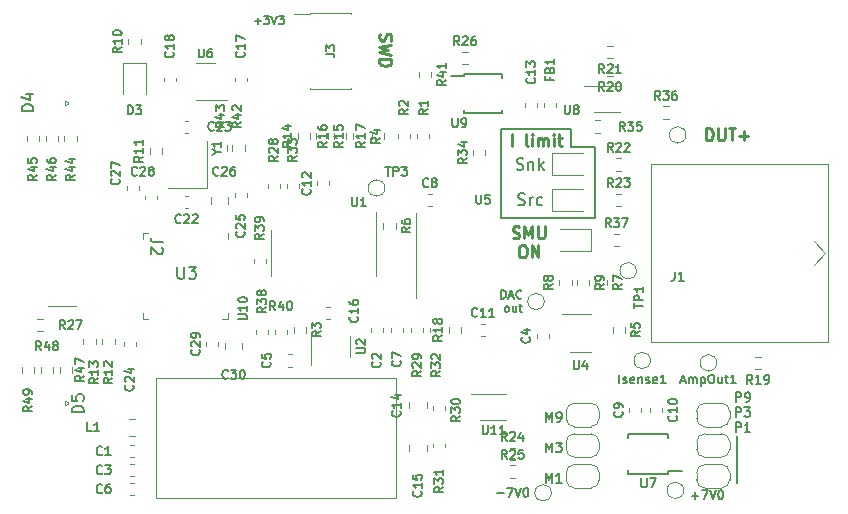
<source format=gbr>
%TF.GenerationSoftware,KiCad,Pcbnew,(5.99.0-7424-ge38b34a4eb)*%
%TF.CreationDate,2020-12-20T18:04:03+03:00*%
%TF.ProjectId,uSMU_v05,75534d55-5f76-4303-952e-6b696361645f,rev?*%
%TF.SameCoordinates,Original*%
%TF.FileFunction,Legend,Top*%
%TF.FilePolarity,Positive*%
%FSLAX46Y46*%
G04 Gerber Fmt 4.6, Leading zero omitted, Abs format (unit mm)*
G04 Created by KiCad (PCBNEW (5.99.0-7424-ge38b34a4eb)) date 2020-12-20 18:04:03*
%MOMM*%
%LPD*%
G01*
G04 APERTURE LIST*
%ADD10C,0.150000*%
%ADD11C,0.175000*%
%ADD12C,0.250000*%
%ADD13C,0.120000*%
%ADD14C,0.050000*%
G04 APERTURE END LIST*
D10*
X150000000Y-118500000D02*
X142000000Y-118500000D01*
X142000000Y-111000000D02*
X148000000Y-111000000D01*
X150000000Y-112500000D02*
X150000000Y-118500000D01*
X148000000Y-111000000D02*
X148000000Y-111500000D01*
X148000000Y-112500000D02*
X150000000Y-112500000D01*
X162000000Y-137000000D02*
X162000000Y-141000000D01*
X148000000Y-111500000D02*
X148000000Y-112500000D01*
X142000000Y-118500000D02*
X142000000Y-111000000D01*
D11*
X142052916Y-125353166D02*
X142052916Y-124653166D01*
X142219583Y-124653166D01*
X142319583Y-124686500D01*
X142386250Y-124753166D01*
X142419583Y-124819833D01*
X142452916Y-124953166D01*
X142452916Y-125053166D01*
X142419583Y-125186500D01*
X142386250Y-125253166D01*
X142319583Y-125319833D01*
X142219583Y-125353166D01*
X142052916Y-125353166D01*
X142719583Y-125153166D02*
X143052916Y-125153166D01*
X142652916Y-125353166D02*
X142886250Y-124653166D01*
X143119583Y-125353166D01*
X143752916Y-125286500D02*
X143719583Y-125319833D01*
X143619583Y-125353166D01*
X143552916Y-125353166D01*
X143452916Y-125319833D01*
X143386250Y-125253166D01*
X143352916Y-125186500D01*
X143319583Y-125053166D01*
X143319583Y-124953166D01*
X143352916Y-124819833D01*
X143386250Y-124753166D01*
X143452916Y-124686500D01*
X143552916Y-124653166D01*
X143619583Y-124653166D01*
X143719583Y-124686500D01*
X143752916Y-124719833D01*
X142486250Y-126480166D02*
X142419583Y-126446833D01*
X142386250Y-126413500D01*
X142352916Y-126346833D01*
X142352916Y-126146833D01*
X142386250Y-126080166D01*
X142419583Y-126046833D01*
X142486250Y-126013500D01*
X142586250Y-126013500D01*
X142652916Y-126046833D01*
X142686250Y-126080166D01*
X142719583Y-126146833D01*
X142719583Y-126346833D01*
X142686250Y-126413500D01*
X142652916Y-126446833D01*
X142586250Y-126480166D01*
X142486250Y-126480166D01*
X143319583Y-126013500D02*
X143319583Y-126480166D01*
X143019583Y-126013500D02*
X143019583Y-126380166D01*
X143052916Y-126446833D01*
X143119583Y-126480166D01*
X143219583Y-126480166D01*
X143286250Y-126446833D01*
X143319583Y-126413500D01*
X143552916Y-126013500D02*
X143819583Y-126013500D01*
X143652916Y-125780166D02*
X143652916Y-126380166D01*
X143686250Y-126446833D01*
X143752916Y-126480166D01*
X143819583Y-126480166D01*
D10*
X143476190Y-117404761D02*
X143619047Y-117452380D01*
X143857142Y-117452380D01*
X143952380Y-117404761D01*
X144000000Y-117357142D01*
X144047619Y-117261904D01*
X144047619Y-117166666D01*
X144000000Y-117071428D01*
X143952380Y-117023809D01*
X143857142Y-116976190D01*
X143666666Y-116928571D01*
X143571428Y-116880952D01*
X143523809Y-116833333D01*
X143476190Y-116738095D01*
X143476190Y-116642857D01*
X143523809Y-116547619D01*
X143571428Y-116500000D01*
X143666666Y-116452380D01*
X143904761Y-116452380D01*
X144047619Y-116500000D01*
X144476190Y-117452380D02*
X144476190Y-116785714D01*
X144476190Y-116976190D02*
X144523809Y-116880952D01*
X144571428Y-116833333D01*
X144666666Y-116785714D01*
X144761904Y-116785714D01*
X145523809Y-117404761D02*
X145428571Y-117452380D01*
X145238095Y-117452380D01*
X145142857Y-117404761D01*
X145095238Y-117357142D01*
X145047619Y-117261904D01*
X145047619Y-116976190D01*
X145095238Y-116880952D01*
X145142857Y-116833333D01*
X145238095Y-116785714D01*
X145428571Y-116785714D01*
X145523809Y-116833333D01*
D12*
X142928571Y-112452380D02*
X142928571Y-111452380D01*
X144309523Y-112452380D02*
X144214285Y-112404761D01*
X144166666Y-112309523D01*
X144166666Y-111452380D01*
X144690476Y-112452380D02*
X144690476Y-111785714D01*
X144690476Y-111452380D02*
X144642857Y-111500000D01*
X144690476Y-111547619D01*
X144738095Y-111500000D01*
X144690476Y-111452380D01*
X144690476Y-111547619D01*
X145166666Y-112452380D02*
X145166666Y-111785714D01*
X145166666Y-111880952D02*
X145214285Y-111833333D01*
X145309523Y-111785714D01*
X145452380Y-111785714D01*
X145547619Y-111833333D01*
X145595238Y-111928571D01*
X145595238Y-112452380D01*
X145595238Y-111928571D02*
X145642857Y-111833333D01*
X145738095Y-111785714D01*
X145880952Y-111785714D01*
X145976190Y-111833333D01*
X146023809Y-111928571D01*
X146023809Y-112452380D01*
X146500000Y-112452380D02*
X146500000Y-111785714D01*
X146500000Y-111452380D02*
X146452380Y-111500000D01*
X146500000Y-111547619D01*
X146547619Y-111500000D01*
X146500000Y-111452380D01*
X146500000Y-111547619D01*
X146833333Y-111785714D02*
X147214285Y-111785714D01*
X146976190Y-111452380D02*
X146976190Y-112309523D01*
X147023809Y-112404761D01*
X147119047Y-112452380D01*
X147214285Y-112452380D01*
X143019047Y-120199761D02*
X143161904Y-120247380D01*
X143400000Y-120247380D01*
X143495238Y-120199761D01*
X143542857Y-120152142D01*
X143590476Y-120056904D01*
X143590476Y-119961666D01*
X143542857Y-119866428D01*
X143495238Y-119818809D01*
X143400000Y-119771190D01*
X143209523Y-119723571D01*
X143114285Y-119675952D01*
X143066666Y-119628333D01*
X143019047Y-119533095D01*
X143019047Y-119437857D01*
X143066666Y-119342619D01*
X143114285Y-119295000D01*
X143209523Y-119247380D01*
X143447619Y-119247380D01*
X143590476Y-119295000D01*
X144019047Y-120247380D02*
X144019047Y-119247380D01*
X144352380Y-119961666D01*
X144685714Y-119247380D01*
X144685714Y-120247380D01*
X145161904Y-119247380D02*
X145161904Y-120056904D01*
X145209523Y-120152142D01*
X145257142Y-120199761D01*
X145352380Y-120247380D01*
X145542857Y-120247380D01*
X145638095Y-120199761D01*
X145685714Y-120152142D01*
X145733333Y-120056904D01*
X145733333Y-119247380D01*
X143780952Y-120857380D02*
X143971428Y-120857380D01*
X144066666Y-120905000D01*
X144161904Y-121000238D01*
X144209523Y-121190714D01*
X144209523Y-121524047D01*
X144161904Y-121714523D01*
X144066666Y-121809761D01*
X143971428Y-121857380D01*
X143780952Y-121857380D01*
X143685714Y-121809761D01*
X143590476Y-121714523D01*
X143542857Y-121524047D01*
X143542857Y-121190714D01*
X143590476Y-121000238D01*
X143685714Y-120905000D01*
X143780952Y-120857380D01*
X144638095Y-121857380D02*
X144638095Y-120857380D01*
X145209523Y-121857380D01*
X145209523Y-120857380D01*
D11*
X121166666Y-101850000D02*
X121700000Y-101850000D01*
X121433333Y-102116666D02*
X121433333Y-101583333D01*
X121966666Y-101416666D02*
X122400000Y-101416666D01*
X122166666Y-101683333D01*
X122266666Y-101683333D01*
X122333333Y-101716666D01*
X122366666Y-101750000D01*
X122400000Y-101816666D01*
X122400000Y-101983333D01*
X122366666Y-102050000D01*
X122333333Y-102083333D01*
X122266666Y-102116666D01*
X122066666Y-102116666D01*
X122000000Y-102083333D01*
X121966666Y-102050000D01*
X122600000Y-101416666D02*
X122833333Y-102116666D01*
X123066666Y-101416666D01*
X123233333Y-101416666D02*
X123666666Y-101416666D01*
X123433333Y-101683333D01*
X123533333Y-101683333D01*
X123600000Y-101716666D01*
X123633333Y-101750000D01*
X123666666Y-101816666D01*
X123666666Y-101983333D01*
X123633333Y-102050000D01*
X123600000Y-102083333D01*
X123533333Y-102116666D01*
X123333333Y-102116666D01*
X123266666Y-102083333D01*
X123233333Y-102050000D01*
D10*
X161909523Y-134073904D02*
X161909523Y-133273904D01*
X162214285Y-133273904D01*
X162290476Y-133312000D01*
X162328571Y-133350095D01*
X162366666Y-133426285D01*
X162366666Y-133540571D01*
X162328571Y-133616761D01*
X162290476Y-133654857D01*
X162214285Y-133692952D01*
X161909523Y-133692952D01*
X162747619Y-134073904D02*
X162900000Y-134073904D01*
X162976190Y-134035809D01*
X163014285Y-133997714D01*
X163090476Y-133883428D01*
X163128571Y-133731047D01*
X163128571Y-133426285D01*
X163090476Y-133350095D01*
X163052380Y-133312000D01*
X162976190Y-133273904D01*
X162823809Y-133273904D01*
X162747619Y-133312000D01*
X162709523Y-133350095D01*
X162671428Y-133426285D01*
X162671428Y-133616761D01*
X162709523Y-133692952D01*
X162747619Y-133731047D01*
X162823809Y-133769142D01*
X162976190Y-133769142D01*
X163052380Y-133731047D01*
X163090476Y-133692952D01*
X163128571Y-133616761D01*
X161909523Y-135361904D02*
X161909523Y-134561904D01*
X162214285Y-134561904D01*
X162290476Y-134600000D01*
X162328571Y-134638095D01*
X162366666Y-134714285D01*
X162366666Y-134828571D01*
X162328571Y-134904761D01*
X162290476Y-134942857D01*
X162214285Y-134980952D01*
X161909523Y-134980952D01*
X162633333Y-134561904D02*
X163128571Y-134561904D01*
X162861904Y-134866666D01*
X162976190Y-134866666D01*
X163052380Y-134904761D01*
X163090476Y-134942857D01*
X163128571Y-135019047D01*
X163128571Y-135209523D01*
X163090476Y-135285714D01*
X163052380Y-135323809D01*
X162976190Y-135361904D01*
X162747619Y-135361904D01*
X162671428Y-135323809D01*
X162633333Y-135285714D01*
X161909523Y-136649904D02*
X161909523Y-135849904D01*
X162214285Y-135849904D01*
X162290476Y-135888000D01*
X162328571Y-135926095D01*
X162366666Y-136002285D01*
X162366666Y-136116571D01*
X162328571Y-136192761D01*
X162290476Y-136230857D01*
X162214285Y-136268952D01*
X161909523Y-136268952D01*
X163128571Y-136649904D02*
X162671428Y-136649904D01*
X162900000Y-136649904D02*
X162900000Y-135849904D01*
X162823809Y-135964190D01*
X162747619Y-136040380D01*
X162671428Y-136078476D01*
X143357142Y-114404761D02*
X143500000Y-114452380D01*
X143738095Y-114452380D01*
X143833333Y-114404761D01*
X143880952Y-114357142D01*
X143928571Y-114261904D01*
X143928571Y-114166666D01*
X143880952Y-114071428D01*
X143833333Y-114023809D01*
X143738095Y-113976190D01*
X143547619Y-113928571D01*
X143452380Y-113880952D01*
X143404761Y-113833333D01*
X143357142Y-113738095D01*
X143357142Y-113642857D01*
X143404761Y-113547619D01*
X143452380Y-113500000D01*
X143547619Y-113452380D01*
X143785714Y-113452380D01*
X143928571Y-113500000D01*
X144357142Y-113785714D02*
X144357142Y-114452380D01*
X144357142Y-113880952D02*
X144404761Y-113833333D01*
X144500000Y-113785714D01*
X144642857Y-113785714D01*
X144738095Y-113833333D01*
X144785714Y-113928571D01*
X144785714Y-114452380D01*
X145261904Y-114452380D02*
X145261904Y-113452380D01*
X145357142Y-114071428D02*
X145642857Y-114452380D01*
X145642857Y-113785714D02*
X145261904Y-114166666D01*
X145852380Y-135785904D02*
X145852380Y-134985904D01*
X146119047Y-135557333D01*
X146385714Y-134985904D01*
X146385714Y-135785904D01*
X146804761Y-135785904D02*
X146957142Y-135785904D01*
X147033333Y-135747809D01*
X147071428Y-135709714D01*
X147147619Y-135595428D01*
X147185714Y-135443047D01*
X147185714Y-135138285D01*
X147147619Y-135062095D01*
X147109523Y-135024000D01*
X147033333Y-134985904D01*
X146880952Y-134985904D01*
X146804761Y-135024000D01*
X146766666Y-135062095D01*
X146728571Y-135138285D01*
X146728571Y-135328761D01*
X146766666Y-135404952D01*
X146804761Y-135443047D01*
X146880952Y-135481142D01*
X147033333Y-135481142D01*
X147109523Y-135443047D01*
X147147619Y-135404952D01*
X147185714Y-135328761D01*
X145852380Y-138361904D02*
X145852380Y-137561904D01*
X146119047Y-138133333D01*
X146385714Y-137561904D01*
X146385714Y-138361904D01*
X146690476Y-137561904D02*
X147185714Y-137561904D01*
X146919047Y-137866666D01*
X147033333Y-137866666D01*
X147109523Y-137904761D01*
X147147619Y-137942857D01*
X147185714Y-138019047D01*
X147185714Y-138209523D01*
X147147619Y-138285714D01*
X147109523Y-138323809D01*
X147033333Y-138361904D01*
X146804761Y-138361904D01*
X146728571Y-138323809D01*
X146690476Y-138285714D01*
X145852380Y-140937904D02*
X145852380Y-140137904D01*
X146119047Y-140709333D01*
X146385714Y-140137904D01*
X146385714Y-140937904D01*
X147185714Y-140937904D02*
X146728571Y-140937904D01*
X146957142Y-140937904D02*
X146957142Y-140137904D01*
X146880952Y-140252190D01*
X146804761Y-140328380D01*
X146728571Y-140366476D01*
D12*
X131795238Y-102942857D02*
X131747619Y-103085714D01*
X131747619Y-103323809D01*
X131795238Y-103419047D01*
X131842857Y-103466666D01*
X131938095Y-103514285D01*
X132033333Y-103514285D01*
X132128571Y-103466666D01*
X132176190Y-103419047D01*
X132223809Y-103323809D01*
X132271428Y-103133333D01*
X132319047Y-103038095D01*
X132366666Y-102990476D01*
X132461904Y-102942857D01*
X132557142Y-102942857D01*
X132652380Y-102990476D01*
X132700000Y-103038095D01*
X132747619Y-103133333D01*
X132747619Y-103371428D01*
X132700000Y-103514285D01*
X132747619Y-103847619D02*
X131747619Y-104085714D01*
X132461904Y-104276190D01*
X131747619Y-104466666D01*
X132747619Y-104704761D01*
X131747619Y-105085714D02*
X132747619Y-105085714D01*
X132747619Y-105323809D01*
X132700000Y-105466666D01*
X132604761Y-105561904D01*
X132509523Y-105609523D01*
X132319047Y-105657142D01*
X132176190Y-105657142D01*
X131985714Y-105609523D01*
X131890476Y-105561904D01*
X131795238Y-105466666D01*
X131747619Y-105323809D01*
X131747619Y-105085714D01*
X159400595Y-111952380D02*
X159400595Y-110952380D01*
X159638690Y-110952380D01*
X159781547Y-111000000D01*
X159876785Y-111095238D01*
X159924404Y-111190476D01*
X159972023Y-111380952D01*
X159972023Y-111523809D01*
X159924404Y-111714285D01*
X159876785Y-111809523D01*
X159781547Y-111904761D01*
X159638690Y-111952380D01*
X159400595Y-111952380D01*
X160400595Y-110952380D02*
X160400595Y-111761904D01*
X160448214Y-111857142D01*
X160495833Y-111904761D01*
X160591071Y-111952380D01*
X160781547Y-111952380D01*
X160876785Y-111904761D01*
X160924404Y-111857142D01*
X160972023Y-111761904D01*
X160972023Y-110952380D01*
X161305357Y-110952380D02*
X161876785Y-110952380D01*
X161591071Y-111952380D02*
X161591071Y-110952380D01*
X162210119Y-111571428D02*
X162972023Y-111571428D01*
X162591071Y-111952380D02*
X162591071Y-111190476D01*
D10*
%TO.C,R26*%
X138517857Y-103909285D02*
X138267857Y-103552142D01*
X138089285Y-103909285D02*
X138089285Y-103159285D01*
X138375000Y-103159285D01*
X138446428Y-103195000D01*
X138482142Y-103230714D01*
X138517857Y-103302142D01*
X138517857Y-103409285D01*
X138482142Y-103480714D01*
X138446428Y-103516428D01*
X138375000Y-103552142D01*
X138089285Y-103552142D01*
X138803571Y-103230714D02*
X138839285Y-103195000D01*
X138910714Y-103159285D01*
X139089285Y-103159285D01*
X139160714Y-103195000D01*
X139196428Y-103230714D01*
X139232142Y-103302142D01*
X139232142Y-103373571D01*
X139196428Y-103480714D01*
X138767857Y-103909285D01*
X139232142Y-103909285D01*
X139875000Y-103159285D02*
X139732142Y-103159285D01*
X139660714Y-103195000D01*
X139625000Y-103230714D01*
X139553571Y-103337857D01*
X139517857Y-103480714D01*
X139517857Y-103766428D01*
X139553571Y-103837857D01*
X139589285Y-103873571D01*
X139660714Y-103909285D01*
X139803571Y-103909285D01*
X139875000Y-103873571D01*
X139910714Y-103837857D01*
X139946428Y-103766428D01*
X139946428Y-103587857D01*
X139910714Y-103516428D01*
X139875000Y-103480714D01*
X139803571Y-103445000D01*
X139660714Y-103445000D01*
X139589285Y-103480714D01*
X139553571Y-103516428D01*
X139517857Y-103587857D01*
%TO.C,C8*%
X135875000Y-115837857D02*
X135839285Y-115873571D01*
X135732142Y-115909285D01*
X135660714Y-115909285D01*
X135553571Y-115873571D01*
X135482142Y-115802142D01*
X135446428Y-115730714D01*
X135410714Y-115587857D01*
X135410714Y-115480714D01*
X135446428Y-115337857D01*
X135482142Y-115266428D01*
X135553571Y-115195000D01*
X135660714Y-115159285D01*
X135732142Y-115159285D01*
X135839285Y-115195000D01*
X135875000Y-115230714D01*
X136303571Y-115480714D02*
X136232142Y-115445000D01*
X136196428Y-115409285D01*
X136160714Y-115337857D01*
X136160714Y-115302142D01*
X136196428Y-115230714D01*
X136232142Y-115195000D01*
X136303571Y-115159285D01*
X136446428Y-115159285D01*
X136517857Y-115195000D01*
X136553571Y-115230714D01*
X136589285Y-115302142D01*
X136589285Y-115337857D01*
X136553571Y-115409285D01*
X136517857Y-115445000D01*
X136446428Y-115480714D01*
X136303571Y-115480714D01*
X136232142Y-115516428D01*
X136196428Y-115552142D01*
X136160714Y-115623571D01*
X136160714Y-115766428D01*
X136196428Y-115837857D01*
X136232142Y-115873571D01*
X136303571Y-115909285D01*
X136446428Y-115909285D01*
X136517857Y-115873571D01*
X136553571Y-115837857D01*
X136589285Y-115766428D01*
X136589285Y-115623571D01*
X136553571Y-115552142D01*
X136517857Y-115516428D01*
X136446428Y-115480714D01*
%TO.C,R4*%
X131769285Y-111725000D02*
X131412142Y-111975000D01*
X131769285Y-112153571D02*
X131019285Y-112153571D01*
X131019285Y-111867857D01*
X131055000Y-111796428D01*
X131090714Y-111760714D01*
X131162142Y-111725000D01*
X131269285Y-111725000D01*
X131340714Y-111760714D01*
X131376428Y-111796428D01*
X131412142Y-111867857D01*
X131412142Y-112153571D01*
X131269285Y-111082142D02*
X131769285Y-111082142D01*
X130983571Y-111260714D02*
X131519285Y-111439285D01*
X131519285Y-110975000D01*
%TO.C,R16*%
X127289285Y-112082142D02*
X126932142Y-112332142D01*
X127289285Y-112510714D02*
X126539285Y-112510714D01*
X126539285Y-112225000D01*
X126575000Y-112153571D01*
X126610714Y-112117857D01*
X126682142Y-112082142D01*
X126789285Y-112082142D01*
X126860714Y-112117857D01*
X126896428Y-112153571D01*
X126932142Y-112225000D01*
X126932142Y-112510714D01*
X127289285Y-111367857D02*
X127289285Y-111796428D01*
X127289285Y-111582142D02*
X126539285Y-111582142D01*
X126646428Y-111653571D01*
X126717857Y-111725000D01*
X126753571Y-111796428D01*
X126539285Y-110725000D02*
X126539285Y-110867857D01*
X126575000Y-110939285D01*
X126610714Y-110975000D01*
X126717857Y-111046428D01*
X126860714Y-111082142D01*
X127146428Y-111082142D01*
X127217857Y-111046428D01*
X127253571Y-111010714D01*
X127289285Y-110939285D01*
X127289285Y-110796428D01*
X127253571Y-110725000D01*
X127217857Y-110689285D01*
X127146428Y-110653571D01*
X126967857Y-110653571D01*
X126896428Y-110689285D01*
X126860714Y-110725000D01*
X126825000Y-110796428D01*
X126825000Y-110939285D01*
X126860714Y-111010714D01*
X126896428Y-111046428D01*
X126967857Y-111082142D01*
%TO.C,C30*%
X118917857Y-132067857D02*
X118882142Y-132103571D01*
X118775000Y-132139285D01*
X118703571Y-132139285D01*
X118596428Y-132103571D01*
X118525000Y-132032142D01*
X118489285Y-131960714D01*
X118453571Y-131817857D01*
X118453571Y-131710714D01*
X118489285Y-131567857D01*
X118525000Y-131496428D01*
X118596428Y-131425000D01*
X118703571Y-131389285D01*
X118775000Y-131389285D01*
X118882142Y-131425000D01*
X118917857Y-131460714D01*
X119167857Y-131389285D02*
X119632142Y-131389285D01*
X119382142Y-131675000D01*
X119489285Y-131675000D01*
X119560714Y-131710714D01*
X119596428Y-131746428D01*
X119632142Y-131817857D01*
X119632142Y-131996428D01*
X119596428Y-132067857D01*
X119560714Y-132103571D01*
X119489285Y-132139285D01*
X119275000Y-132139285D01*
X119203571Y-132103571D01*
X119167857Y-132067857D01*
X120096428Y-131389285D02*
X120167857Y-131389285D01*
X120239285Y-131425000D01*
X120275000Y-131460714D01*
X120310714Y-131532142D01*
X120346428Y-131675000D01*
X120346428Y-131853571D01*
X120310714Y-131996428D01*
X120275000Y-132067857D01*
X120239285Y-132103571D01*
X120167857Y-132139285D01*
X120096428Y-132139285D01*
X120025000Y-132103571D01*
X119989285Y-132067857D01*
X119953571Y-131996428D01*
X119917857Y-131853571D01*
X119917857Y-131675000D01*
X119953571Y-131532142D01*
X119989285Y-131460714D01*
X120025000Y-131425000D01*
X120096428Y-131389285D01*
%TO.C,R21*%
X150767857Y-106269285D02*
X150517857Y-105912142D01*
X150339285Y-106269285D02*
X150339285Y-105519285D01*
X150625000Y-105519285D01*
X150696428Y-105555000D01*
X150732142Y-105590714D01*
X150767857Y-105662142D01*
X150767857Y-105769285D01*
X150732142Y-105840714D01*
X150696428Y-105876428D01*
X150625000Y-105912142D01*
X150339285Y-105912142D01*
X151053571Y-105590714D02*
X151089285Y-105555000D01*
X151160714Y-105519285D01*
X151339285Y-105519285D01*
X151410714Y-105555000D01*
X151446428Y-105590714D01*
X151482142Y-105662142D01*
X151482142Y-105733571D01*
X151446428Y-105840714D01*
X151017857Y-106269285D01*
X151482142Y-106269285D01*
X152196428Y-106269285D02*
X151767857Y-106269285D01*
X151982142Y-106269285D02*
X151982142Y-105519285D01*
X151910714Y-105626428D01*
X151839285Y-105697857D01*
X151767857Y-105733571D01*
%TO.C,U10*%
X119789285Y-127128571D02*
X120396428Y-127128571D01*
X120467857Y-127092857D01*
X120503571Y-127057142D01*
X120539285Y-126985714D01*
X120539285Y-126842857D01*
X120503571Y-126771428D01*
X120467857Y-126735714D01*
X120396428Y-126700000D01*
X119789285Y-126700000D01*
X120539285Y-125950000D02*
X120539285Y-126378571D01*
X120539285Y-126164285D02*
X119789285Y-126164285D01*
X119896428Y-126235714D01*
X119967857Y-126307142D01*
X120003571Y-126378571D01*
X119789285Y-125485714D02*
X119789285Y-125414285D01*
X119825000Y-125342857D01*
X119860714Y-125307142D01*
X119932142Y-125271428D01*
X120075000Y-125235714D01*
X120253571Y-125235714D01*
X120396428Y-125271428D01*
X120467857Y-125307142D01*
X120503571Y-125342857D01*
X120539285Y-125414285D01*
X120539285Y-125485714D01*
X120503571Y-125557142D01*
X120467857Y-125592857D01*
X120396428Y-125628571D01*
X120253571Y-125664285D01*
X120075000Y-125664285D01*
X119932142Y-125628571D01*
X119860714Y-125592857D01*
X119825000Y-125557142D01*
X119789285Y-125485714D01*
%TO.C,R8*%
X146409285Y-124125000D02*
X146052142Y-124375000D01*
X146409285Y-124553571D02*
X145659285Y-124553571D01*
X145659285Y-124267857D01*
X145695000Y-124196428D01*
X145730714Y-124160714D01*
X145802142Y-124125000D01*
X145909285Y-124125000D01*
X145980714Y-124160714D01*
X146016428Y-124196428D01*
X146052142Y-124267857D01*
X146052142Y-124553571D01*
X145980714Y-123696428D02*
X145945000Y-123767857D01*
X145909285Y-123803571D01*
X145837857Y-123839285D01*
X145802142Y-123839285D01*
X145730714Y-123803571D01*
X145695000Y-123767857D01*
X145659285Y-123696428D01*
X145659285Y-123553571D01*
X145695000Y-123482142D01*
X145730714Y-123446428D01*
X145802142Y-123410714D01*
X145837857Y-123410714D01*
X145909285Y-123446428D01*
X145945000Y-123482142D01*
X145980714Y-123553571D01*
X145980714Y-123696428D01*
X146016428Y-123767857D01*
X146052142Y-123803571D01*
X146123571Y-123839285D01*
X146266428Y-123839285D01*
X146337857Y-123803571D01*
X146373571Y-123767857D01*
X146409285Y-123696428D01*
X146409285Y-123553571D01*
X146373571Y-123482142D01*
X146337857Y-123446428D01*
X146266428Y-123410714D01*
X146123571Y-123410714D01*
X146052142Y-123446428D01*
X146016428Y-123482142D01*
X145980714Y-123553571D01*
%TO.C,C13*%
X144867857Y-106682142D02*
X144903571Y-106717857D01*
X144939285Y-106825000D01*
X144939285Y-106896428D01*
X144903571Y-107003571D01*
X144832142Y-107075000D01*
X144760714Y-107110714D01*
X144617857Y-107146428D01*
X144510714Y-107146428D01*
X144367857Y-107110714D01*
X144296428Y-107075000D01*
X144225000Y-107003571D01*
X144189285Y-106896428D01*
X144189285Y-106825000D01*
X144225000Y-106717857D01*
X144260714Y-106682142D01*
X144939285Y-105967857D02*
X144939285Y-106396428D01*
X144939285Y-106182142D02*
X144189285Y-106182142D01*
X144296428Y-106253571D01*
X144367857Y-106325000D01*
X144403571Y-106396428D01*
X144189285Y-105717857D02*
X144189285Y-105253571D01*
X144475000Y-105503571D01*
X144475000Y-105396428D01*
X144510714Y-105325000D01*
X144546428Y-105289285D01*
X144617857Y-105253571D01*
X144796428Y-105253571D01*
X144867857Y-105289285D01*
X144903571Y-105325000D01*
X144939285Y-105396428D01*
X144939285Y-105610714D01*
X144903571Y-105682142D01*
X144867857Y-105717857D01*
%TO.C,R19*%
X163317857Y-132569285D02*
X163067857Y-132212142D01*
X162889285Y-132569285D02*
X162889285Y-131819285D01*
X163175000Y-131819285D01*
X163246428Y-131855000D01*
X163282142Y-131890714D01*
X163317857Y-131962142D01*
X163317857Y-132069285D01*
X163282142Y-132140714D01*
X163246428Y-132176428D01*
X163175000Y-132212142D01*
X162889285Y-132212142D01*
X164032142Y-132569285D02*
X163603571Y-132569285D01*
X163817857Y-132569285D02*
X163817857Y-131819285D01*
X163746428Y-131926428D01*
X163675000Y-131997857D01*
X163603571Y-132033571D01*
X164389285Y-132569285D02*
X164532142Y-132569285D01*
X164603571Y-132533571D01*
X164639285Y-132497857D01*
X164710714Y-132390714D01*
X164746428Y-132247857D01*
X164746428Y-131962142D01*
X164710714Y-131890714D01*
X164675000Y-131855000D01*
X164603571Y-131819285D01*
X164460714Y-131819285D01*
X164389285Y-131855000D01*
X164353571Y-131890714D01*
X164317857Y-131962142D01*
X164317857Y-132140714D01*
X164353571Y-132212142D01*
X164389285Y-132247857D01*
X164460714Y-132283571D01*
X164603571Y-132283571D01*
X164675000Y-132247857D01*
X164710714Y-132212142D01*
X164746428Y-132140714D01*
%TO.C,Isense1*%
X152053571Y-132539285D02*
X152053571Y-131789285D01*
X152375000Y-132503571D02*
X152446428Y-132539285D01*
X152589285Y-132539285D01*
X152660714Y-132503571D01*
X152696428Y-132432142D01*
X152696428Y-132396428D01*
X152660714Y-132325000D01*
X152589285Y-132289285D01*
X152482142Y-132289285D01*
X152410714Y-132253571D01*
X152375000Y-132182142D01*
X152375000Y-132146428D01*
X152410714Y-132075000D01*
X152482142Y-132039285D01*
X152589285Y-132039285D01*
X152660714Y-132075000D01*
X153303571Y-132503571D02*
X153232142Y-132539285D01*
X153089285Y-132539285D01*
X153017857Y-132503571D01*
X152982142Y-132432142D01*
X152982142Y-132146428D01*
X153017857Y-132075000D01*
X153089285Y-132039285D01*
X153232142Y-132039285D01*
X153303571Y-132075000D01*
X153339285Y-132146428D01*
X153339285Y-132217857D01*
X152982142Y-132289285D01*
X153660714Y-132039285D02*
X153660714Y-132539285D01*
X153660714Y-132110714D02*
X153696428Y-132075000D01*
X153767857Y-132039285D01*
X153875000Y-132039285D01*
X153946428Y-132075000D01*
X153982142Y-132146428D01*
X153982142Y-132539285D01*
X154303571Y-132503571D02*
X154375000Y-132539285D01*
X154517857Y-132539285D01*
X154589285Y-132503571D01*
X154625000Y-132432142D01*
X154625000Y-132396428D01*
X154589285Y-132325000D01*
X154517857Y-132289285D01*
X154410714Y-132289285D01*
X154339285Y-132253571D01*
X154303571Y-132182142D01*
X154303571Y-132146428D01*
X154339285Y-132075000D01*
X154410714Y-132039285D01*
X154517857Y-132039285D01*
X154589285Y-132075000D01*
X155232142Y-132503571D02*
X155160714Y-132539285D01*
X155017857Y-132539285D01*
X154946428Y-132503571D01*
X154910714Y-132432142D01*
X154910714Y-132146428D01*
X154946428Y-132075000D01*
X155017857Y-132039285D01*
X155160714Y-132039285D01*
X155232142Y-132075000D01*
X155267857Y-132146428D01*
X155267857Y-132217857D01*
X154910714Y-132289285D01*
X155982142Y-132539285D02*
X155553571Y-132539285D01*
X155767857Y-132539285D02*
X155767857Y-131789285D01*
X155696428Y-131896428D01*
X155625000Y-131967857D01*
X155553571Y-132003571D01*
%TO.C,R46*%
X104339285Y-114882142D02*
X103982142Y-115132142D01*
X104339285Y-115310714D02*
X103589285Y-115310714D01*
X103589285Y-115025000D01*
X103625000Y-114953571D01*
X103660714Y-114917857D01*
X103732142Y-114882142D01*
X103839285Y-114882142D01*
X103910714Y-114917857D01*
X103946428Y-114953571D01*
X103982142Y-115025000D01*
X103982142Y-115310714D01*
X103839285Y-114239285D02*
X104339285Y-114239285D01*
X103553571Y-114417857D02*
X104089285Y-114596428D01*
X104089285Y-114132142D01*
X103589285Y-113525000D02*
X103589285Y-113667857D01*
X103625000Y-113739285D01*
X103660714Y-113775000D01*
X103767857Y-113846428D01*
X103910714Y-113882142D01*
X104196428Y-113882142D01*
X104267857Y-113846428D01*
X104303571Y-113810714D01*
X104339285Y-113739285D01*
X104339285Y-113596428D01*
X104303571Y-113525000D01*
X104267857Y-113489285D01*
X104196428Y-113453571D01*
X104017857Y-113453571D01*
X103946428Y-113489285D01*
X103910714Y-113525000D01*
X103875000Y-113596428D01*
X103875000Y-113739285D01*
X103910714Y-113810714D01*
X103946428Y-113846428D01*
X104017857Y-113882142D01*
%TO.C,R32*%
X136889285Y-131482142D02*
X136532142Y-131732142D01*
X136889285Y-131910714D02*
X136139285Y-131910714D01*
X136139285Y-131625000D01*
X136175000Y-131553571D01*
X136210714Y-131517857D01*
X136282142Y-131482142D01*
X136389285Y-131482142D01*
X136460714Y-131517857D01*
X136496428Y-131553571D01*
X136532142Y-131625000D01*
X136532142Y-131910714D01*
X136139285Y-131232142D02*
X136139285Y-130767857D01*
X136425000Y-131017857D01*
X136425000Y-130910714D01*
X136460714Y-130839285D01*
X136496428Y-130803571D01*
X136567857Y-130767857D01*
X136746428Y-130767857D01*
X136817857Y-130803571D01*
X136853571Y-130839285D01*
X136889285Y-130910714D01*
X136889285Y-131125000D01*
X136853571Y-131196428D01*
X136817857Y-131232142D01*
X136210714Y-130482142D02*
X136175000Y-130446428D01*
X136139285Y-130375000D01*
X136139285Y-130196428D01*
X136175000Y-130125000D01*
X136210714Y-130089285D01*
X136282142Y-130053571D01*
X136353571Y-130053571D01*
X136460714Y-130089285D01*
X136889285Y-130517857D01*
X136889285Y-130053571D01*
%TO.C,R44*%
X105939285Y-114882142D02*
X105582142Y-115132142D01*
X105939285Y-115310714D02*
X105189285Y-115310714D01*
X105189285Y-115025000D01*
X105225000Y-114953571D01*
X105260714Y-114917857D01*
X105332142Y-114882142D01*
X105439285Y-114882142D01*
X105510714Y-114917857D01*
X105546428Y-114953571D01*
X105582142Y-115025000D01*
X105582142Y-115310714D01*
X105439285Y-114239285D02*
X105939285Y-114239285D01*
X105153571Y-114417857D02*
X105689285Y-114596428D01*
X105689285Y-114132142D01*
X105439285Y-113525000D02*
X105939285Y-113525000D01*
X105153571Y-113703571D02*
X105689285Y-113882142D01*
X105689285Y-113417857D01*
%TO.C,U2*%
X129789285Y-129971428D02*
X130396428Y-129971428D01*
X130467857Y-129935714D01*
X130503571Y-129900000D01*
X130539285Y-129828571D01*
X130539285Y-129685714D01*
X130503571Y-129614285D01*
X130467857Y-129578571D01*
X130396428Y-129542857D01*
X129789285Y-129542857D01*
X129860714Y-129221428D02*
X129825000Y-129185714D01*
X129789285Y-129114285D01*
X129789285Y-128935714D01*
X129825000Y-128864285D01*
X129860714Y-128828571D01*
X129932142Y-128792857D01*
X130003571Y-128792857D01*
X130110714Y-128828571D01*
X130539285Y-129257142D01*
X130539285Y-128792857D01*
%TO.C,TP3*%
X132253571Y-114189285D02*
X132682142Y-114189285D01*
X132467857Y-114939285D02*
X132467857Y-114189285D01*
X132932142Y-114939285D02*
X132932142Y-114189285D01*
X133217857Y-114189285D01*
X133289285Y-114225000D01*
X133325000Y-114260714D01*
X133360714Y-114332142D01*
X133360714Y-114439285D01*
X133325000Y-114510714D01*
X133289285Y-114546428D01*
X133217857Y-114582142D01*
X132932142Y-114582142D01*
X133610714Y-114189285D02*
X134075000Y-114189285D01*
X133825000Y-114475000D01*
X133932142Y-114475000D01*
X134003571Y-114510714D01*
X134039285Y-114546428D01*
X134075000Y-114617857D01*
X134075000Y-114796428D01*
X134039285Y-114867857D01*
X134003571Y-114903571D01*
X133932142Y-114939285D01*
X133717857Y-114939285D01*
X133646428Y-114903571D01*
X133610714Y-114867857D01*
%TO.C,R31*%
X137139285Y-141282142D02*
X136782142Y-141532142D01*
X137139285Y-141710714D02*
X136389285Y-141710714D01*
X136389285Y-141425000D01*
X136425000Y-141353571D01*
X136460714Y-141317857D01*
X136532142Y-141282142D01*
X136639285Y-141282142D01*
X136710714Y-141317857D01*
X136746428Y-141353571D01*
X136782142Y-141425000D01*
X136782142Y-141710714D01*
X136389285Y-141032142D02*
X136389285Y-140567857D01*
X136675000Y-140817857D01*
X136675000Y-140710714D01*
X136710714Y-140639285D01*
X136746428Y-140603571D01*
X136817857Y-140567857D01*
X136996428Y-140567857D01*
X137067857Y-140603571D01*
X137103571Y-140639285D01*
X137139285Y-140710714D01*
X137139285Y-140925000D01*
X137103571Y-140996428D01*
X137067857Y-141032142D01*
X137139285Y-139853571D02*
X137139285Y-140282142D01*
X137139285Y-140067857D02*
X136389285Y-140067857D01*
X136496428Y-140139285D01*
X136567857Y-140210714D01*
X136603571Y-140282142D01*
%TO.C,R7*%
X152269285Y-124125000D02*
X151912142Y-124375000D01*
X152269285Y-124553571D02*
X151519285Y-124553571D01*
X151519285Y-124267857D01*
X151555000Y-124196428D01*
X151590714Y-124160714D01*
X151662142Y-124125000D01*
X151769285Y-124125000D01*
X151840714Y-124160714D01*
X151876428Y-124196428D01*
X151912142Y-124267857D01*
X151912142Y-124553571D01*
X151519285Y-123875000D02*
X151519285Y-123375000D01*
X152269285Y-123696428D01*
%TO.C,U5*%
X139928571Y-116589285D02*
X139928571Y-117196428D01*
X139964285Y-117267857D01*
X140000000Y-117303571D01*
X140071428Y-117339285D01*
X140214285Y-117339285D01*
X140285714Y-117303571D01*
X140321428Y-117267857D01*
X140357142Y-117196428D01*
X140357142Y-116589285D01*
X141071428Y-116589285D02*
X140714285Y-116589285D01*
X140678571Y-116946428D01*
X140714285Y-116910714D01*
X140785714Y-116875000D01*
X140964285Y-116875000D01*
X141035714Y-116910714D01*
X141071428Y-116946428D01*
X141107142Y-117017857D01*
X141107142Y-117196428D01*
X141071428Y-117267857D01*
X141035714Y-117303571D01*
X140964285Y-117339285D01*
X140785714Y-117339285D01*
X140714285Y-117303571D01*
X140678571Y-117267857D01*
%TO.C,D5*%
X106702380Y-134988095D02*
X105702380Y-134988095D01*
X105702380Y-134750000D01*
X105750000Y-134607142D01*
X105845238Y-134511904D01*
X105940476Y-134464285D01*
X106130952Y-134416666D01*
X106273809Y-134416666D01*
X106464285Y-134464285D01*
X106559523Y-134511904D01*
X106654761Y-134607142D01*
X106702380Y-134750000D01*
X106702380Y-134988095D01*
X105702380Y-133511904D02*
X105702380Y-133988095D01*
X106178571Y-134035714D01*
X106130952Y-133988095D01*
X106083333Y-133892857D01*
X106083333Y-133654761D01*
X106130952Y-133559523D01*
X106178571Y-133511904D01*
X106273809Y-133464285D01*
X106511904Y-133464285D01*
X106607142Y-133511904D01*
X106654761Y-133559523D01*
X106702380Y-133654761D01*
X106702380Y-133892857D01*
X106654761Y-133988095D01*
X106607142Y-134035714D01*
%TO.C,U7*%
X153928571Y-140589285D02*
X153928571Y-141196428D01*
X153964285Y-141267857D01*
X154000000Y-141303571D01*
X154071428Y-141339285D01*
X154214285Y-141339285D01*
X154285714Y-141303571D01*
X154321428Y-141267857D01*
X154357142Y-141196428D01*
X154357142Y-140589285D01*
X154642857Y-140589285D02*
X155142857Y-140589285D01*
X154821428Y-141339285D01*
%TO.C,C16*%
X129867857Y-126882142D02*
X129903571Y-126917857D01*
X129939285Y-127025000D01*
X129939285Y-127096428D01*
X129903571Y-127203571D01*
X129832142Y-127275000D01*
X129760714Y-127310714D01*
X129617857Y-127346428D01*
X129510714Y-127346428D01*
X129367857Y-127310714D01*
X129296428Y-127275000D01*
X129225000Y-127203571D01*
X129189285Y-127096428D01*
X129189285Y-127025000D01*
X129225000Y-126917857D01*
X129260714Y-126882142D01*
X129939285Y-126167857D02*
X129939285Y-126596428D01*
X129939285Y-126382142D02*
X129189285Y-126382142D01*
X129296428Y-126453571D01*
X129367857Y-126525000D01*
X129403571Y-126596428D01*
X129189285Y-125525000D02*
X129189285Y-125667857D01*
X129225000Y-125739285D01*
X129260714Y-125775000D01*
X129367857Y-125846428D01*
X129510714Y-125882142D01*
X129796428Y-125882142D01*
X129867857Y-125846428D01*
X129903571Y-125810714D01*
X129939285Y-125739285D01*
X129939285Y-125596428D01*
X129903571Y-125525000D01*
X129867857Y-125489285D01*
X129796428Y-125453571D01*
X129617857Y-125453571D01*
X129546428Y-125489285D01*
X129510714Y-125525000D01*
X129475000Y-125596428D01*
X129475000Y-125739285D01*
X129510714Y-125810714D01*
X129546428Y-125846428D01*
X129617857Y-125882142D01*
%TO.C,C22*%
X114917857Y-118897857D02*
X114882142Y-118933571D01*
X114775000Y-118969285D01*
X114703571Y-118969285D01*
X114596428Y-118933571D01*
X114525000Y-118862142D01*
X114489285Y-118790714D01*
X114453571Y-118647857D01*
X114453571Y-118540714D01*
X114489285Y-118397857D01*
X114525000Y-118326428D01*
X114596428Y-118255000D01*
X114703571Y-118219285D01*
X114775000Y-118219285D01*
X114882142Y-118255000D01*
X114917857Y-118290714D01*
X115203571Y-118290714D02*
X115239285Y-118255000D01*
X115310714Y-118219285D01*
X115489285Y-118219285D01*
X115560714Y-118255000D01*
X115596428Y-118290714D01*
X115632142Y-118362142D01*
X115632142Y-118433571D01*
X115596428Y-118540714D01*
X115167857Y-118969285D01*
X115632142Y-118969285D01*
X115917857Y-118290714D02*
X115953571Y-118255000D01*
X116025000Y-118219285D01*
X116203571Y-118219285D01*
X116275000Y-118255000D01*
X116310714Y-118290714D01*
X116346428Y-118362142D01*
X116346428Y-118433571D01*
X116310714Y-118540714D01*
X115882142Y-118969285D01*
X116346428Y-118969285D01*
%TO.C,R1*%
X135819285Y-109325000D02*
X135462142Y-109575000D01*
X135819285Y-109753571D02*
X135069285Y-109753571D01*
X135069285Y-109467857D01*
X135105000Y-109396428D01*
X135140714Y-109360714D01*
X135212142Y-109325000D01*
X135319285Y-109325000D01*
X135390714Y-109360714D01*
X135426428Y-109396428D01*
X135462142Y-109467857D01*
X135462142Y-109753571D01*
X135819285Y-108610714D02*
X135819285Y-109039285D01*
X135819285Y-108825000D02*
X135069285Y-108825000D01*
X135176428Y-108896428D01*
X135247857Y-108967857D01*
X135283571Y-109039285D01*
%TO.C,D3*%
X110446428Y-109739285D02*
X110446428Y-108989285D01*
X110625000Y-108989285D01*
X110732142Y-109025000D01*
X110803571Y-109096428D01*
X110839285Y-109167857D01*
X110875000Y-109310714D01*
X110875000Y-109417857D01*
X110839285Y-109560714D01*
X110803571Y-109632142D01*
X110732142Y-109703571D01*
X110625000Y-109739285D01*
X110446428Y-109739285D01*
X111125000Y-108989285D02*
X111589285Y-108989285D01*
X111339285Y-109275000D01*
X111446428Y-109275000D01*
X111517857Y-109310714D01*
X111553571Y-109346428D01*
X111589285Y-109417857D01*
X111589285Y-109596428D01*
X111553571Y-109667857D01*
X111517857Y-109703571D01*
X111446428Y-109739285D01*
X111232142Y-109739285D01*
X111160714Y-109703571D01*
X111125000Y-109667857D01*
%TO.C,R45*%
X102739285Y-114882142D02*
X102382142Y-115132142D01*
X102739285Y-115310714D02*
X101989285Y-115310714D01*
X101989285Y-115025000D01*
X102025000Y-114953571D01*
X102060714Y-114917857D01*
X102132142Y-114882142D01*
X102239285Y-114882142D01*
X102310714Y-114917857D01*
X102346428Y-114953571D01*
X102382142Y-115025000D01*
X102382142Y-115310714D01*
X102239285Y-114239285D02*
X102739285Y-114239285D01*
X101953571Y-114417857D02*
X102489285Y-114596428D01*
X102489285Y-114132142D01*
X101989285Y-113489285D02*
X101989285Y-113846428D01*
X102346428Y-113882142D01*
X102310714Y-113846428D01*
X102275000Y-113775000D01*
X102275000Y-113596428D01*
X102310714Y-113525000D01*
X102346428Y-113489285D01*
X102417857Y-113453571D01*
X102596428Y-113453571D01*
X102667857Y-113489285D01*
X102703571Y-113525000D01*
X102739285Y-113596428D01*
X102739285Y-113775000D01*
X102703571Y-113846428D01*
X102667857Y-113882142D01*
%TO.C,U3*%
X114638095Y-122672380D02*
X114638095Y-123481904D01*
X114685714Y-123577142D01*
X114733333Y-123624761D01*
X114828571Y-123672380D01*
X115019047Y-123672380D01*
X115114285Y-123624761D01*
X115161904Y-123577142D01*
X115209523Y-123481904D01*
X115209523Y-122672380D01*
X115590476Y-122672380D02*
X116209523Y-122672380D01*
X115876190Y-123053333D01*
X116019047Y-123053333D01*
X116114285Y-123100952D01*
X116161904Y-123148571D01*
X116209523Y-123243809D01*
X116209523Y-123481904D01*
X116161904Y-123577142D01*
X116114285Y-123624761D01*
X116019047Y-123672380D01*
X115733333Y-123672380D01*
X115638095Y-123624761D01*
X115590476Y-123577142D01*
%TO.C,R48*%
X103117857Y-129739285D02*
X102867857Y-129382142D01*
X102689285Y-129739285D02*
X102689285Y-128989285D01*
X102975000Y-128989285D01*
X103046428Y-129025000D01*
X103082142Y-129060714D01*
X103117857Y-129132142D01*
X103117857Y-129239285D01*
X103082142Y-129310714D01*
X103046428Y-129346428D01*
X102975000Y-129382142D01*
X102689285Y-129382142D01*
X103760714Y-129239285D02*
X103760714Y-129739285D01*
X103582142Y-128953571D02*
X103403571Y-129489285D01*
X103867857Y-129489285D01*
X104260714Y-129310714D02*
X104189285Y-129275000D01*
X104153571Y-129239285D01*
X104117857Y-129167857D01*
X104117857Y-129132142D01*
X104153571Y-129060714D01*
X104189285Y-129025000D01*
X104260714Y-128989285D01*
X104403571Y-128989285D01*
X104475000Y-129025000D01*
X104510714Y-129060714D01*
X104546428Y-129132142D01*
X104546428Y-129167857D01*
X104510714Y-129239285D01*
X104475000Y-129275000D01*
X104403571Y-129310714D01*
X104260714Y-129310714D01*
X104189285Y-129346428D01*
X104153571Y-129382142D01*
X104117857Y-129453571D01*
X104117857Y-129596428D01*
X104153571Y-129667857D01*
X104189285Y-129703571D01*
X104260714Y-129739285D01*
X104403571Y-129739285D01*
X104475000Y-129703571D01*
X104510714Y-129667857D01*
X104546428Y-129596428D01*
X104546428Y-129453571D01*
X104510714Y-129382142D01*
X104475000Y-129346428D01*
X104403571Y-129310714D01*
%TO.C,U1*%
X129428571Y-116789285D02*
X129428571Y-117396428D01*
X129464285Y-117467857D01*
X129500000Y-117503571D01*
X129571428Y-117539285D01*
X129714285Y-117539285D01*
X129785714Y-117503571D01*
X129821428Y-117467857D01*
X129857142Y-117396428D01*
X129857142Y-116789285D01*
X130607142Y-117539285D02*
X130178571Y-117539285D01*
X130392857Y-117539285D02*
X130392857Y-116789285D01*
X130321428Y-116896428D01*
X130250000Y-116967857D01*
X130178571Y-117003571D01*
%TO.C,FB1*%
X146146428Y-106625000D02*
X146146428Y-106875000D01*
X146539285Y-106875000D02*
X145789285Y-106875000D01*
X145789285Y-106517857D01*
X146146428Y-105982142D02*
X146182142Y-105875000D01*
X146217857Y-105839285D01*
X146289285Y-105803571D01*
X146396428Y-105803571D01*
X146467857Y-105839285D01*
X146503571Y-105875000D01*
X146539285Y-105946428D01*
X146539285Y-106232142D01*
X145789285Y-106232142D01*
X145789285Y-105982142D01*
X145825000Y-105910714D01*
X145860714Y-105875000D01*
X145932142Y-105839285D01*
X146003571Y-105839285D01*
X146075000Y-105875000D01*
X146110714Y-105910714D01*
X146146428Y-105982142D01*
X146146428Y-106232142D01*
X146539285Y-105089285D02*
X146539285Y-105517857D01*
X146539285Y-105303571D02*
X145789285Y-105303571D01*
X145896428Y-105375000D01*
X145967857Y-105446428D01*
X146003571Y-105517857D01*
%TO.C,R47*%
X106739285Y-131882142D02*
X106382142Y-132132142D01*
X106739285Y-132310714D02*
X105989285Y-132310714D01*
X105989285Y-132025000D01*
X106025000Y-131953571D01*
X106060714Y-131917857D01*
X106132142Y-131882142D01*
X106239285Y-131882142D01*
X106310714Y-131917857D01*
X106346428Y-131953571D01*
X106382142Y-132025000D01*
X106382142Y-132310714D01*
X106239285Y-131239285D02*
X106739285Y-131239285D01*
X105953571Y-131417857D02*
X106489285Y-131596428D01*
X106489285Y-131132142D01*
X105989285Y-130917857D02*
X105989285Y-130417857D01*
X106739285Y-130739285D01*
%TO.C,C12*%
X125867857Y-116082142D02*
X125903571Y-116117857D01*
X125939285Y-116225000D01*
X125939285Y-116296428D01*
X125903571Y-116403571D01*
X125832142Y-116475000D01*
X125760714Y-116510714D01*
X125617857Y-116546428D01*
X125510714Y-116546428D01*
X125367857Y-116510714D01*
X125296428Y-116475000D01*
X125225000Y-116403571D01*
X125189285Y-116296428D01*
X125189285Y-116225000D01*
X125225000Y-116117857D01*
X125260714Y-116082142D01*
X125939285Y-115367857D02*
X125939285Y-115796428D01*
X125939285Y-115582142D02*
X125189285Y-115582142D01*
X125296428Y-115653571D01*
X125367857Y-115725000D01*
X125403571Y-115796428D01*
X125260714Y-115082142D02*
X125225000Y-115046428D01*
X125189285Y-114975000D01*
X125189285Y-114796428D01*
X125225000Y-114725000D01*
X125260714Y-114689285D01*
X125332142Y-114653571D01*
X125403571Y-114653571D01*
X125510714Y-114689285D01*
X125939285Y-115117857D01*
X125939285Y-114653571D01*
%TO.C,U4*%
X148181071Y-130589285D02*
X148181071Y-131196428D01*
X148216785Y-131267857D01*
X148252500Y-131303571D01*
X148323928Y-131339285D01*
X148466785Y-131339285D01*
X148538214Y-131303571D01*
X148573928Y-131267857D01*
X148609642Y-131196428D01*
X148609642Y-130589285D01*
X149288214Y-130839285D02*
X149288214Y-131339285D01*
X149109642Y-130553571D02*
X148931071Y-131089285D01*
X149395357Y-131089285D01*
%TO.C,R42*%
X120019285Y-110422142D02*
X119662142Y-110672142D01*
X120019285Y-110850714D02*
X119269285Y-110850714D01*
X119269285Y-110565000D01*
X119305000Y-110493571D01*
X119340714Y-110457857D01*
X119412142Y-110422142D01*
X119519285Y-110422142D01*
X119590714Y-110457857D01*
X119626428Y-110493571D01*
X119662142Y-110565000D01*
X119662142Y-110850714D01*
X119519285Y-109779285D02*
X120019285Y-109779285D01*
X119233571Y-109957857D02*
X119769285Y-110136428D01*
X119769285Y-109672142D01*
X119340714Y-109422142D02*
X119305000Y-109386428D01*
X119269285Y-109315000D01*
X119269285Y-109136428D01*
X119305000Y-109065000D01*
X119340714Y-109029285D01*
X119412142Y-108993571D01*
X119483571Y-108993571D01*
X119590714Y-109029285D01*
X120019285Y-109457857D01*
X120019285Y-108993571D01*
%TO.C,C23*%
X117717857Y-111067857D02*
X117682142Y-111103571D01*
X117575000Y-111139285D01*
X117503571Y-111139285D01*
X117396428Y-111103571D01*
X117325000Y-111032142D01*
X117289285Y-110960714D01*
X117253571Y-110817857D01*
X117253571Y-110710714D01*
X117289285Y-110567857D01*
X117325000Y-110496428D01*
X117396428Y-110425000D01*
X117503571Y-110389285D01*
X117575000Y-110389285D01*
X117682142Y-110425000D01*
X117717857Y-110460714D01*
X118003571Y-110460714D02*
X118039285Y-110425000D01*
X118110714Y-110389285D01*
X118289285Y-110389285D01*
X118360714Y-110425000D01*
X118396428Y-110460714D01*
X118432142Y-110532142D01*
X118432142Y-110603571D01*
X118396428Y-110710714D01*
X117967857Y-111139285D01*
X118432142Y-111139285D01*
X118682142Y-110389285D02*
X119146428Y-110389285D01*
X118896428Y-110675000D01*
X119003571Y-110675000D01*
X119075000Y-110710714D01*
X119110714Y-110746428D01*
X119146428Y-110817857D01*
X119146428Y-110996428D01*
X119110714Y-111067857D01*
X119075000Y-111103571D01*
X119003571Y-111139285D01*
X118789285Y-111139285D01*
X118717857Y-111103571D01*
X118682142Y-111067857D01*
%TO.C,R14*%
X124289285Y-112082142D02*
X123932142Y-112332142D01*
X124289285Y-112510714D02*
X123539285Y-112510714D01*
X123539285Y-112225000D01*
X123575000Y-112153571D01*
X123610714Y-112117857D01*
X123682142Y-112082142D01*
X123789285Y-112082142D01*
X123860714Y-112117857D01*
X123896428Y-112153571D01*
X123932142Y-112225000D01*
X123932142Y-112510714D01*
X124289285Y-111367857D02*
X124289285Y-111796428D01*
X124289285Y-111582142D02*
X123539285Y-111582142D01*
X123646428Y-111653571D01*
X123717857Y-111725000D01*
X123753571Y-111796428D01*
X123789285Y-110725000D02*
X124289285Y-110725000D01*
X123503571Y-110903571D02*
X124039285Y-111082142D01*
X124039285Y-110617857D01*
%TO.C,R24*%
X142517857Y-137409285D02*
X142267857Y-137052142D01*
X142089285Y-137409285D02*
X142089285Y-136659285D01*
X142375000Y-136659285D01*
X142446428Y-136695000D01*
X142482142Y-136730714D01*
X142517857Y-136802142D01*
X142517857Y-136909285D01*
X142482142Y-136980714D01*
X142446428Y-137016428D01*
X142375000Y-137052142D01*
X142089285Y-137052142D01*
X142803571Y-136730714D02*
X142839285Y-136695000D01*
X142910714Y-136659285D01*
X143089285Y-136659285D01*
X143160714Y-136695000D01*
X143196428Y-136730714D01*
X143232142Y-136802142D01*
X143232142Y-136873571D01*
X143196428Y-136980714D01*
X142767857Y-137409285D01*
X143232142Y-137409285D01*
X143875000Y-136909285D02*
X143875000Y-137409285D01*
X143696428Y-136623571D02*
X143517857Y-137159285D01*
X143982142Y-137159285D01*
%TO.C,R2*%
X134139285Y-109325000D02*
X133782142Y-109575000D01*
X134139285Y-109753571D02*
X133389285Y-109753571D01*
X133389285Y-109467857D01*
X133425000Y-109396428D01*
X133460714Y-109360714D01*
X133532142Y-109325000D01*
X133639285Y-109325000D01*
X133710714Y-109360714D01*
X133746428Y-109396428D01*
X133782142Y-109467857D01*
X133782142Y-109753571D01*
X133460714Y-109039285D02*
X133425000Y-109003571D01*
X133389285Y-108932142D01*
X133389285Y-108753571D01*
X133425000Y-108682142D01*
X133460714Y-108646428D01*
X133532142Y-108610714D01*
X133603571Y-108610714D01*
X133710714Y-108646428D01*
X134139285Y-109075000D01*
X134139285Y-108610714D01*
%TO.C,C15*%
X135267857Y-141682142D02*
X135303571Y-141717857D01*
X135339285Y-141825000D01*
X135339285Y-141896428D01*
X135303571Y-142003571D01*
X135232142Y-142075000D01*
X135160714Y-142110714D01*
X135017857Y-142146428D01*
X134910714Y-142146428D01*
X134767857Y-142110714D01*
X134696428Y-142075000D01*
X134625000Y-142003571D01*
X134589285Y-141896428D01*
X134589285Y-141825000D01*
X134625000Y-141717857D01*
X134660714Y-141682142D01*
X135339285Y-140967857D02*
X135339285Y-141396428D01*
X135339285Y-141182142D02*
X134589285Y-141182142D01*
X134696428Y-141253571D01*
X134767857Y-141325000D01*
X134803571Y-141396428D01*
X134589285Y-140289285D02*
X134589285Y-140646428D01*
X134946428Y-140682142D01*
X134910714Y-140646428D01*
X134875000Y-140575000D01*
X134875000Y-140396428D01*
X134910714Y-140325000D01*
X134946428Y-140289285D01*
X135017857Y-140253571D01*
X135196428Y-140253571D01*
X135267857Y-140289285D01*
X135303571Y-140325000D01*
X135339285Y-140396428D01*
X135339285Y-140575000D01*
X135303571Y-140646428D01*
X135267857Y-140682142D01*
%TO.C,R13*%
X107939285Y-132082142D02*
X107582142Y-132332142D01*
X107939285Y-132510714D02*
X107189285Y-132510714D01*
X107189285Y-132225000D01*
X107225000Y-132153571D01*
X107260714Y-132117857D01*
X107332142Y-132082142D01*
X107439285Y-132082142D01*
X107510714Y-132117857D01*
X107546428Y-132153571D01*
X107582142Y-132225000D01*
X107582142Y-132510714D01*
X107939285Y-131367857D02*
X107939285Y-131796428D01*
X107939285Y-131582142D02*
X107189285Y-131582142D01*
X107296428Y-131653571D01*
X107367857Y-131725000D01*
X107403571Y-131796428D01*
X107189285Y-131117857D02*
X107189285Y-130653571D01*
X107475000Y-130903571D01*
X107475000Y-130796428D01*
X107510714Y-130725000D01*
X107546428Y-130689285D01*
X107617857Y-130653571D01*
X107796428Y-130653571D01*
X107867857Y-130689285D01*
X107903571Y-130725000D01*
X107939285Y-130796428D01*
X107939285Y-131010714D01*
X107903571Y-131082142D01*
X107867857Y-131117857D01*
%TO.C,R49*%
X102339285Y-134482142D02*
X101982142Y-134732142D01*
X102339285Y-134910714D02*
X101589285Y-134910714D01*
X101589285Y-134625000D01*
X101625000Y-134553571D01*
X101660714Y-134517857D01*
X101732142Y-134482142D01*
X101839285Y-134482142D01*
X101910714Y-134517857D01*
X101946428Y-134553571D01*
X101982142Y-134625000D01*
X101982142Y-134910714D01*
X101839285Y-133839285D02*
X102339285Y-133839285D01*
X101553571Y-134017857D02*
X102089285Y-134196428D01*
X102089285Y-133732142D01*
X102339285Y-133410714D02*
X102339285Y-133267857D01*
X102303571Y-133196428D01*
X102267857Y-133160714D01*
X102160714Y-133089285D01*
X102017857Y-133053571D01*
X101732142Y-133053571D01*
X101660714Y-133089285D01*
X101625000Y-133125000D01*
X101589285Y-133196428D01*
X101589285Y-133339285D01*
X101625000Y-133410714D01*
X101660714Y-133446428D01*
X101732142Y-133482142D01*
X101910714Y-133482142D01*
X101982142Y-133446428D01*
X102017857Y-133410714D01*
X102053571Y-133339285D01*
X102053571Y-133196428D01*
X102017857Y-133125000D01*
X101982142Y-133089285D01*
X101910714Y-133053571D01*
%TO.C,C25*%
X120267857Y-119682142D02*
X120303571Y-119717857D01*
X120339285Y-119825000D01*
X120339285Y-119896428D01*
X120303571Y-120003571D01*
X120232142Y-120075000D01*
X120160714Y-120110714D01*
X120017857Y-120146428D01*
X119910714Y-120146428D01*
X119767857Y-120110714D01*
X119696428Y-120075000D01*
X119625000Y-120003571D01*
X119589285Y-119896428D01*
X119589285Y-119825000D01*
X119625000Y-119717857D01*
X119660714Y-119682142D01*
X119660714Y-119396428D02*
X119625000Y-119360714D01*
X119589285Y-119289285D01*
X119589285Y-119110714D01*
X119625000Y-119039285D01*
X119660714Y-119003571D01*
X119732142Y-118967857D01*
X119803571Y-118967857D01*
X119910714Y-119003571D01*
X120339285Y-119432142D01*
X120339285Y-118967857D01*
X119589285Y-118289285D02*
X119589285Y-118646428D01*
X119946428Y-118682142D01*
X119910714Y-118646428D01*
X119875000Y-118575000D01*
X119875000Y-118396428D01*
X119910714Y-118325000D01*
X119946428Y-118289285D01*
X120017857Y-118253571D01*
X120196428Y-118253571D01*
X120267857Y-118289285D01*
X120303571Y-118325000D01*
X120339285Y-118396428D01*
X120339285Y-118575000D01*
X120303571Y-118646428D01*
X120267857Y-118682142D01*
%TO.C,C18*%
X114267857Y-104482142D02*
X114303571Y-104517857D01*
X114339285Y-104625000D01*
X114339285Y-104696428D01*
X114303571Y-104803571D01*
X114232142Y-104875000D01*
X114160714Y-104910714D01*
X114017857Y-104946428D01*
X113910714Y-104946428D01*
X113767857Y-104910714D01*
X113696428Y-104875000D01*
X113625000Y-104803571D01*
X113589285Y-104696428D01*
X113589285Y-104625000D01*
X113625000Y-104517857D01*
X113660714Y-104482142D01*
X114339285Y-103767857D02*
X114339285Y-104196428D01*
X114339285Y-103982142D02*
X113589285Y-103982142D01*
X113696428Y-104053571D01*
X113767857Y-104125000D01*
X113803571Y-104196428D01*
X113910714Y-103339285D02*
X113875000Y-103410714D01*
X113839285Y-103446428D01*
X113767857Y-103482142D01*
X113732142Y-103482142D01*
X113660714Y-103446428D01*
X113625000Y-103410714D01*
X113589285Y-103339285D01*
X113589285Y-103196428D01*
X113625000Y-103125000D01*
X113660714Y-103089285D01*
X113732142Y-103053571D01*
X113767857Y-103053571D01*
X113839285Y-103089285D01*
X113875000Y-103125000D01*
X113910714Y-103196428D01*
X113910714Y-103339285D01*
X113946428Y-103410714D01*
X113982142Y-103446428D01*
X114053571Y-103482142D01*
X114196428Y-103482142D01*
X114267857Y-103446428D01*
X114303571Y-103410714D01*
X114339285Y-103339285D01*
X114339285Y-103196428D01*
X114303571Y-103125000D01*
X114267857Y-103089285D01*
X114196428Y-103053571D01*
X114053571Y-103053571D01*
X113982142Y-103089285D01*
X113946428Y-103125000D01*
X113910714Y-103196428D01*
%TO.C,R22*%
X151517857Y-112909285D02*
X151267857Y-112552142D01*
X151089285Y-112909285D02*
X151089285Y-112159285D01*
X151375000Y-112159285D01*
X151446428Y-112195000D01*
X151482142Y-112230714D01*
X151517857Y-112302142D01*
X151517857Y-112409285D01*
X151482142Y-112480714D01*
X151446428Y-112516428D01*
X151375000Y-112552142D01*
X151089285Y-112552142D01*
X151803571Y-112230714D02*
X151839285Y-112195000D01*
X151910714Y-112159285D01*
X152089285Y-112159285D01*
X152160714Y-112195000D01*
X152196428Y-112230714D01*
X152232142Y-112302142D01*
X152232142Y-112373571D01*
X152196428Y-112480714D01*
X151767857Y-112909285D01*
X152232142Y-112909285D01*
X152517857Y-112230714D02*
X152553571Y-112195000D01*
X152625000Y-112159285D01*
X152803571Y-112159285D01*
X152875000Y-112195000D01*
X152910714Y-112230714D01*
X152946428Y-112302142D01*
X152946428Y-112373571D01*
X152910714Y-112480714D01*
X152482142Y-112909285D01*
X152946428Y-112909285D01*
%TO.C,U9*%
X137928571Y-110089285D02*
X137928571Y-110696428D01*
X137964285Y-110767857D01*
X138000000Y-110803571D01*
X138071428Y-110839285D01*
X138214285Y-110839285D01*
X138285714Y-110803571D01*
X138321428Y-110767857D01*
X138357142Y-110696428D01*
X138357142Y-110089285D01*
X138750000Y-110839285D02*
X138892857Y-110839285D01*
X138964285Y-110803571D01*
X139000000Y-110767857D01*
X139071428Y-110660714D01*
X139107142Y-110517857D01*
X139107142Y-110232142D01*
X139071428Y-110160714D01*
X139035714Y-110125000D01*
X138964285Y-110089285D01*
X138821428Y-110089285D01*
X138750000Y-110125000D01*
X138714285Y-110160714D01*
X138678571Y-110232142D01*
X138678571Y-110410714D01*
X138714285Y-110482142D01*
X138750000Y-110517857D01*
X138821428Y-110553571D01*
X138964285Y-110553571D01*
X139035714Y-110517857D01*
X139071428Y-110482142D01*
X139107142Y-110410714D01*
%TO.C,R34*%
X139139285Y-113482142D02*
X138782142Y-113732142D01*
X139139285Y-113910714D02*
X138389285Y-113910714D01*
X138389285Y-113625000D01*
X138425000Y-113553571D01*
X138460714Y-113517857D01*
X138532142Y-113482142D01*
X138639285Y-113482142D01*
X138710714Y-113517857D01*
X138746428Y-113553571D01*
X138782142Y-113625000D01*
X138782142Y-113910714D01*
X138389285Y-113232142D02*
X138389285Y-112767857D01*
X138675000Y-113017857D01*
X138675000Y-112910714D01*
X138710714Y-112839285D01*
X138746428Y-112803571D01*
X138817857Y-112767857D01*
X138996428Y-112767857D01*
X139067857Y-112803571D01*
X139103571Y-112839285D01*
X139139285Y-112910714D01*
X139139285Y-113125000D01*
X139103571Y-113196428D01*
X139067857Y-113232142D01*
X138639285Y-112125000D02*
X139139285Y-112125000D01*
X138353571Y-112303571D02*
X138889285Y-112482142D01*
X138889285Y-112017857D01*
%TO.C,R39*%
X121939285Y-119882142D02*
X121582142Y-120132142D01*
X121939285Y-120310714D02*
X121189285Y-120310714D01*
X121189285Y-120025000D01*
X121225000Y-119953571D01*
X121260714Y-119917857D01*
X121332142Y-119882142D01*
X121439285Y-119882142D01*
X121510714Y-119917857D01*
X121546428Y-119953571D01*
X121582142Y-120025000D01*
X121582142Y-120310714D01*
X121189285Y-119632142D02*
X121189285Y-119167857D01*
X121475000Y-119417857D01*
X121475000Y-119310714D01*
X121510714Y-119239285D01*
X121546428Y-119203571D01*
X121617857Y-119167857D01*
X121796428Y-119167857D01*
X121867857Y-119203571D01*
X121903571Y-119239285D01*
X121939285Y-119310714D01*
X121939285Y-119525000D01*
X121903571Y-119596428D01*
X121867857Y-119632142D01*
X121939285Y-118810714D02*
X121939285Y-118667857D01*
X121903571Y-118596428D01*
X121867857Y-118560714D01*
X121760714Y-118489285D01*
X121617857Y-118453571D01*
X121332142Y-118453571D01*
X121260714Y-118489285D01*
X121225000Y-118525000D01*
X121189285Y-118596428D01*
X121189285Y-118739285D01*
X121225000Y-118810714D01*
X121260714Y-118846428D01*
X121332142Y-118882142D01*
X121510714Y-118882142D01*
X121582142Y-118846428D01*
X121617857Y-118810714D01*
X121653571Y-118739285D01*
X121653571Y-118596428D01*
X121617857Y-118525000D01*
X121582142Y-118489285D01*
X121510714Y-118453571D01*
%TO.C,R37*%
X151317857Y-119309285D02*
X151067857Y-118952142D01*
X150889285Y-119309285D02*
X150889285Y-118559285D01*
X151175000Y-118559285D01*
X151246428Y-118595000D01*
X151282142Y-118630714D01*
X151317857Y-118702142D01*
X151317857Y-118809285D01*
X151282142Y-118880714D01*
X151246428Y-118916428D01*
X151175000Y-118952142D01*
X150889285Y-118952142D01*
X151567857Y-118559285D02*
X152032142Y-118559285D01*
X151782142Y-118845000D01*
X151889285Y-118845000D01*
X151960714Y-118880714D01*
X151996428Y-118916428D01*
X152032142Y-118987857D01*
X152032142Y-119166428D01*
X151996428Y-119237857D01*
X151960714Y-119273571D01*
X151889285Y-119309285D01*
X151675000Y-119309285D01*
X151603571Y-119273571D01*
X151567857Y-119237857D01*
X152282142Y-118559285D02*
X152782142Y-118559285D01*
X152460714Y-119309285D01*
%TO.C,L1*%
X107375000Y-136589285D02*
X107017857Y-136589285D01*
X107017857Y-135839285D01*
X108017857Y-136589285D02*
X107589285Y-136589285D01*
X107803571Y-136589285D02*
X107803571Y-135839285D01*
X107732142Y-135946428D01*
X107660714Y-136017857D01*
X107589285Y-136053571D01*
%TO.C,R20*%
X150767857Y-107769285D02*
X150517857Y-107412142D01*
X150339285Y-107769285D02*
X150339285Y-107019285D01*
X150625000Y-107019285D01*
X150696428Y-107055000D01*
X150732142Y-107090714D01*
X150767857Y-107162142D01*
X150767857Y-107269285D01*
X150732142Y-107340714D01*
X150696428Y-107376428D01*
X150625000Y-107412142D01*
X150339285Y-107412142D01*
X151053571Y-107090714D02*
X151089285Y-107055000D01*
X151160714Y-107019285D01*
X151339285Y-107019285D01*
X151410714Y-107055000D01*
X151446428Y-107090714D01*
X151482142Y-107162142D01*
X151482142Y-107233571D01*
X151446428Y-107340714D01*
X151017857Y-107769285D01*
X151482142Y-107769285D01*
X151946428Y-107019285D02*
X152017857Y-107019285D01*
X152089285Y-107055000D01*
X152125000Y-107090714D01*
X152160714Y-107162142D01*
X152196428Y-107305000D01*
X152196428Y-107483571D01*
X152160714Y-107626428D01*
X152125000Y-107697857D01*
X152089285Y-107733571D01*
X152017857Y-107769285D01*
X151946428Y-107769285D01*
X151875000Y-107733571D01*
X151839285Y-107697857D01*
X151803571Y-107626428D01*
X151767857Y-107483571D01*
X151767857Y-107305000D01*
X151803571Y-107162142D01*
X151839285Y-107090714D01*
X151875000Y-107055000D01*
X151946428Y-107019285D01*
%TO.C,C9*%
X152267857Y-134925000D02*
X152303571Y-134960714D01*
X152339285Y-135067857D01*
X152339285Y-135139285D01*
X152303571Y-135246428D01*
X152232142Y-135317857D01*
X152160714Y-135353571D01*
X152017857Y-135389285D01*
X151910714Y-135389285D01*
X151767857Y-135353571D01*
X151696428Y-135317857D01*
X151625000Y-135246428D01*
X151589285Y-135139285D01*
X151589285Y-135067857D01*
X151625000Y-134960714D01*
X151660714Y-134925000D01*
X152339285Y-134567857D02*
X152339285Y-134425000D01*
X152303571Y-134353571D01*
X152267857Y-134317857D01*
X152160714Y-134246428D01*
X152017857Y-134210714D01*
X151732142Y-134210714D01*
X151660714Y-134246428D01*
X151625000Y-134282142D01*
X151589285Y-134353571D01*
X151589285Y-134496428D01*
X151625000Y-134567857D01*
X151660714Y-134603571D01*
X151732142Y-134639285D01*
X151910714Y-134639285D01*
X151982142Y-134603571D01*
X152017857Y-134567857D01*
X152053571Y-134496428D01*
X152053571Y-134353571D01*
X152017857Y-134282142D01*
X151982142Y-134246428D01*
X151910714Y-134210714D01*
%TO.C,C14*%
X133467857Y-134882142D02*
X133503571Y-134917857D01*
X133539285Y-135025000D01*
X133539285Y-135096428D01*
X133503571Y-135203571D01*
X133432142Y-135275000D01*
X133360714Y-135310714D01*
X133217857Y-135346428D01*
X133110714Y-135346428D01*
X132967857Y-135310714D01*
X132896428Y-135275000D01*
X132825000Y-135203571D01*
X132789285Y-135096428D01*
X132789285Y-135025000D01*
X132825000Y-134917857D01*
X132860714Y-134882142D01*
X133539285Y-134167857D02*
X133539285Y-134596428D01*
X133539285Y-134382142D02*
X132789285Y-134382142D01*
X132896428Y-134453571D01*
X132967857Y-134525000D01*
X133003571Y-134596428D01*
X133039285Y-133525000D02*
X133539285Y-133525000D01*
X132753571Y-133703571D02*
X133289285Y-133882142D01*
X133289285Y-133417857D01*
%TO.C,R41*%
X137369285Y-106857142D02*
X137012142Y-107107142D01*
X137369285Y-107285714D02*
X136619285Y-107285714D01*
X136619285Y-107000000D01*
X136655000Y-106928571D01*
X136690714Y-106892857D01*
X136762142Y-106857142D01*
X136869285Y-106857142D01*
X136940714Y-106892857D01*
X136976428Y-106928571D01*
X137012142Y-107000000D01*
X137012142Y-107285714D01*
X136869285Y-106214285D02*
X137369285Y-106214285D01*
X136583571Y-106392857D02*
X137119285Y-106571428D01*
X137119285Y-106107142D01*
X137369285Y-105428571D02*
X137369285Y-105857142D01*
X137369285Y-105642857D02*
X136619285Y-105642857D01*
X136726428Y-105714285D01*
X136797857Y-105785714D01*
X136833571Y-105857142D01*
%TO.C,C10*%
X156867857Y-135282142D02*
X156903571Y-135317857D01*
X156939285Y-135425000D01*
X156939285Y-135496428D01*
X156903571Y-135603571D01*
X156832142Y-135675000D01*
X156760714Y-135710714D01*
X156617857Y-135746428D01*
X156510714Y-135746428D01*
X156367857Y-135710714D01*
X156296428Y-135675000D01*
X156225000Y-135603571D01*
X156189285Y-135496428D01*
X156189285Y-135425000D01*
X156225000Y-135317857D01*
X156260714Y-135282142D01*
X156939285Y-134567857D02*
X156939285Y-134996428D01*
X156939285Y-134782142D02*
X156189285Y-134782142D01*
X156296428Y-134853571D01*
X156367857Y-134925000D01*
X156403571Y-134996428D01*
X156189285Y-134103571D02*
X156189285Y-134032142D01*
X156225000Y-133960714D01*
X156260714Y-133925000D01*
X156332142Y-133889285D01*
X156475000Y-133853571D01*
X156653571Y-133853571D01*
X156796428Y-133889285D01*
X156867857Y-133925000D01*
X156903571Y-133960714D01*
X156939285Y-134032142D01*
X156939285Y-134103571D01*
X156903571Y-134175000D01*
X156867857Y-134210714D01*
X156796428Y-134246428D01*
X156653571Y-134282142D01*
X156475000Y-134282142D01*
X156332142Y-134246428D01*
X156260714Y-134210714D01*
X156225000Y-134175000D01*
X156189285Y-134103571D01*
%TO.C,J1*%
X156750000Y-123089285D02*
X156750000Y-123625000D01*
X156714285Y-123732142D01*
X156642857Y-123803571D01*
X156535714Y-123839285D01*
X156464285Y-123839285D01*
X157500000Y-123839285D02*
X157071428Y-123839285D01*
X157285714Y-123839285D02*
X157285714Y-123089285D01*
X157214285Y-123196428D01*
X157142857Y-123267857D01*
X157071428Y-123303571D01*
%TO.C,U6*%
X116428571Y-104189285D02*
X116428571Y-104796428D01*
X116464285Y-104867857D01*
X116500000Y-104903571D01*
X116571428Y-104939285D01*
X116714285Y-104939285D01*
X116785714Y-104903571D01*
X116821428Y-104867857D01*
X116857142Y-104796428D01*
X116857142Y-104189285D01*
X117535714Y-104189285D02*
X117392857Y-104189285D01*
X117321428Y-104225000D01*
X117285714Y-104260714D01*
X117214285Y-104367857D01*
X117178571Y-104510714D01*
X117178571Y-104796428D01*
X117214285Y-104867857D01*
X117250000Y-104903571D01*
X117321428Y-104939285D01*
X117464285Y-104939285D01*
X117535714Y-104903571D01*
X117571428Y-104867857D01*
X117607142Y-104796428D01*
X117607142Y-104617857D01*
X117571428Y-104546428D01*
X117535714Y-104510714D01*
X117464285Y-104475000D01*
X117321428Y-104475000D01*
X117250000Y-104510714D01*
X117214285Y-104546428D01*
X117178571Y-104617857D01*
%TO.C,U8*%
X147428571Y-108989285D02*
X147428571Y-109596428D01*
X147464285Y-109667857D01*
X147500000Y-109703571D01*
X147571428Y-109739285D01*
X147714285Y-109739285D01*
X147785714Y-109703571D01*
X147821428Y-109667857D01*
X147857142Y-109596428D01*
X147857142Y-108989285D01*
X148321428Y-109310714D02*
X148250000Y-109275000D01*
X148214285Y-109239285D01*
X148178571Y-109167857D01*
X148178571Y-109132142D01*
X148214285Y-109060714D01*
X148250000Y-109025000D01*
X148321428Y-108989285D01*
X148464285Y-108989285D01*
X148535714Y-109025000D01*
X148571428Y-109060714D01*
X148607142Y-109132142D01*
X148607142Y-109167857D01*
X148571428Y-109239285D01*
X148535714Y-109275000D01*
X148464285Y-109310714D01*
X148321428Y-109310714D01*
X148250000Y-109346428D01*
X148214285Y-109382142D01*
X148178571Y-109453571D01*
X148178571Y-109596428D01*
X148214285Y-109667857D01*
X148250000Y-109703571D01*
X148321428Y-109739285D01*
X148464285Y-109739285D01*
X148535714Y-109703571D01*
X148571428Y-109667857D01*
X148607142Y-109596428D01*
X148607142Y-109453571D01*
X148571428Y-109382142D01*
X148535714Y-109346428D01*
X148464285Y-109310714D01*
%TO.C,R27*%
X105117857Y-127939285D02*
X104867857Y-127582142D01*
X104689285Y-127939285D02*
X104689285Y-127189285D01*
X104975000Y-127189285D01*
X105046428Y-127225000D01*
X105082142Y-127260714D01*
X105117857Y-127332142D01*
X105117857Y-127439285D01*
X105082142Y-127510714D01*
X105046428Y-127546428D01*
X104975000Y-127582142D01*
X104689285Y-127582142D01*
X105403571Y-127260714D02*
X105439285Y-127225000D01*
X105510714Y-127189285D01*
X105689285Y-127189285D01*
X105760714Y-127225000D01*
X105796428Y-127260714D01*
X105832142Y-127332142D01*
X105832142Y-127403571D01*
X105796428Y-127510714D01*
X105367857Y-127939285D01*
X105832142Y-127939285D01*
X106082142Y-127189285D02*
X106582142Y-127189285D01*
X106260714Y-127939285D01*
%TO.C,C4*%
X144437857Y-128625000D02*
X144473571Y-128660714D01*
X144509285Y-128767857D01*
X144509285Y-128839285D01*
X144473571Y-128946428D01*
X144402142Y-129017857D01*
X144330714Y-129053571D01*
X144187857Y-129089285D01*
X144080714Y-129089285D01*
X143937857Y-129053571D01*
X143866428Y-129017857D01*
X143795000Y-128946428D01*
X143759285Y-128839285D01*
X143759285Y-128767857D01*
X143795000Y-128660714D01*
X143830714Y-128625000D01*
X144009285Y-127982142D02*
X144509285Y-127982142D01*
X143723571Y-128160714D02*
X144259285Y-128339285D01*
X144259285Y-127875000D01*
%TO.C,J3*%
X127189285Y-104650000D02*
X127725000Y-104650000D01*
X127832142Y-104685714D01*
X127903571Y-104757142D01*
X127939285Y-104864285D01*
X127939285Y-104935714D01*
X127189285Y-104364285D02*
X127189285Y-103900000D01*
X127475000Y-104150000D01*
X127475000Y-104042857D01*
X127510714Y-103971428D01*
X127546428Y-103935714D01*
X127617857Y-103900000D01*
X127796428Y-103900000D01*
X127867857Y-103935714D01*
X127903571Y-103971428D01*
X127939285Y-104042857D01*
X127939285Y-104257142D01*
X127903571Y-104328571D01*
X127867857Y-104364285D01*
%TO.C,AmpOut1*%
X157278571Y-132325000D02*
X157635714Y-132325000D01*
X157207142Y-132539285D02*
X157457142Y-131789285D01*
X157707142Y-132539285D01*
X157957142Y-132539285D02*
X157957142Y-132039285D01*
X157957142Y-132110714D02*
X157992857Y-132075000D01*
X158064285Y-132039285D01*
X158171428Y-132039285D01*
X158242857Y-132075000D01*
X158278571Y-132146428D01*
X158278571Y-132539285D01*
X158278571Y-132146428D02*
X158314285Y-132075000D01*
X158385714Y-132039285D01*
X158492857Y-132039285D01*
X158564285Y-132075000D01*
X158600000Y-132146428D01*
X158600000Y-132539285D01*
X158957142Y-132039285D02*
X158957142Y-132789285D01*
X158957142Y-132075000D02*
X159028571Y-132039285D01*
X159171428Y-132039285D01*
X159242857Y-132075000D01*
X159278571Y-132110714D01*
X159314285Y-132182142D01*
X159314285Y-132396428D01*
X159278571Y-132467857D01*
X159242857Y-132503571D01*
X159171428Y-132539285D01*
X159028571Y-132539285D01*
X158957142Y-132503571D01*
X159778571Y-131789285D02*
X159921428Y-131789285D01*
X159992857Y-131825000D01*
X160064285Y-131896428D01*
X160100000Y-132039285D01*
X160100000Y-132289285D01*
X160064285Y-132432142D01*
X159992857Y-132503571D01*
X159921428Y-132539285D01*
X159778571Y-132539285D01*
X159707142Y-132503571D01*
X159635714Y-132432142D01*
X159600000Y-132289285D01*
X159600000Y-132039285D01*
X159635714Y-131896428D01*
X159707142Y-131825000D01*
X159778571Y-131789285D01*
X160742857Y-132039285D02*
X160742857Y-132539285D01*
X160421428Y-132039285D02*
X160421428Y-132432142D01*
X160457142Y-132503571D01*
X160528571Y-132539285D01*
X160635714Y-132539285D01*
X160707142Y-132503571D01*
X160742857Y-132467857D01*
X160992857Y-132039285D02*
X161278571Y-132039285D01*
X161100000Y-131789285D02*
X161100000Y-132432142D01*
X161135714Y-132503571D01*
X161207142Y-132539285D01*
X161278571Y-132539285D01*
X161921428Y-132539285D02*
X161492857Y-132539285D01*
X161707142Y-132539285D02*
X161707142Y-131789285D01*
X161635714Y-131896428D01*
X161564285Y-131967857D01*
X161492857Y-132003571D01*
%TO.C,R10*%
X109909285Y-104082142D02*
X109552142Y-104332142D01*
X109909285Y-104510714D02*
X109159285Y-104510714D01*
X109159285Y-104225000D01*
X109195000Y-104153571D01*
X109230714Y-104117857D01*
X109302142Y-104082142D01*
X109409285Y-104082142D01*
X109480714Y-104117857D01*
X109516428Y-104153571D01*
X109552142Y-104225000D01*
X109552142Y-104510714D01*
X109909285Y-103367857D02*
X109909285Y-103796428D01*
X109909285Y-103582142D02*
X109159285Y-103582142D01*
X109266428Y-103653571D01*
X109337857Y-103725000D01*
X109373571Y-103796428D01*
X109159285Y-102903571D02*
X109159285Y-102832142D01*
X109195000Y-102760714D01*
X109230714Y-102725000D01*
X109302142Y-102689285D01*
X109445000Y-102653571D01*
X109623571Y-102653571D01*
X109766428Y-102689285D01*
X109837857Y-102725000D01*
X109873571Y-102760714D01*
X109909285Y-102832142D01*
X109909285Y-102903571D01*
X109873571Y-102975000D01*
X109837857Y-103010714D01*
X109766428Y-103046428D01*
X109623571Y-103082142D01*
X109445000Y-103082142D01*
X109302142Y-103046428D01*
X109230714Y-103010714D01*
X109195000Y-102975000D01*
X109159285Y-102903571D01*
%TO.C,Y1*%
X117982142Y-112957142D02*
X118339285Y-112957142D01*
X117589285Y-113207142D02*
X117982142Y-112957142D01*
X117589285Y-112707142D01*
X118339285Y-112064285D02*
X118339285Y-112492857D01*
X118339285Y-112278571D02*
X117589285Y-112278571D01*
X117696428Y-112350000D01*
X117767857Y-112421428D01*
X117803571Y-112492857D01*
%TO.C,C2*%
X131767857Y-130725000D02*
X131803571Y-130760714D01*
X131839285Y-130867857D01*
X131839285Y-130939285D01*
X131803571Y-131046428D01*
X131732142Y-131117857D01*
X131660714Y-131153571D01*
X131517857Y-131189285D01*
X131410714Y-131189285D01*
X131267857Y-131153571D01*
X131196428Y-131117857D01*
X131125000Y-131046428D01*
X131089285Y-130939285D01*
X131089285Y-130867857D01*
X131125000Y-130760714D01*
X131160714Y-130725000D01*
X131160714Y-130439285D02*
X131125000Y-130403571D01*
X131089285Y-130332142D01*
X131089285Y-130153571D01*
X131125000Y-130082142D01*
X131160714Y-130046428D01*
X131232142Y-130010714D01*
X131303571Y-130010714D01*
X131410714Y-130046428D01*
X131839285Y-130475000D01*
X131839285Y-130010714D01*
%TO.C,R28*%
X123139285Y-113282142D02*
X122782142Y-113532142D01*
X123139285Y-113710714D02*
X122389285Y-113710714D01*
X122389285Y-113425000D01*
X122425000Y-113353571D01*
X122460714Y-113317857D01*
X122532142Y-113282142D01*
X122639285Y-113282142D01*
X122710714Y-113317857D01*
X122746428Y-113353571D01*
X122782142Y-113425000D01*
X122782142Y-113710714D01*
X122460714Y-112996428D02*
X122425000Y-112960714D01*
X122389285Y-112889285D01*
X122389285Y-112710714D01*
X122425000Y-112639285D01*
X122460714Y-112603571D01*
X122532142Y-112567857D01*
X122603571Y-112567857D01*
X122710714Y-112603571D01*
X123139285Y-113032142D01*
X123139285Y-112567857D01*
X122710714Y-112139285D02*
X122675000Y-112210714D01*
X122639285Y-112246428D01*
X122567857Y-112282142D01*
X122532142Y-112282142D01*
X122460714Y-112246428D01*
X122425000Y-112210714D01*
X122389285Y-112139285D01*
X122389285Y-111996428D01*
X122425000Y-111925000D01*
X122460714Y-111889285D01*
X122532142Y-111853571D01*
X122567857Y-111853571D01*
X122639285Y-111889285D01*
X122675000Y-111925000D01*
X122710714Y-111996428D01*
X122710714Y-112139285D01*
X122746428Y-112210714D01*
X122782142Y-112246428D01*
X122853571Y-112282142D01*
X122996428Y-112282142D01*
X123067857Y-112246428D01*
X123103571Y-112210714D01*
X123139285Y-112139285D01*
X123139285Y-111996428D01*
X123103571Y-111925000D01*
X123067857Y-111889285D01*
X122996428Y-111853571D01*
X122853571Y-111853571D01*
X122782142Y-111889285D01*
X122746428Y-111925000D01*
X122710714Y-111996428D01*
%TO.C,R35*%
X152517857Y-111139285D02*
X152267857Y-110782142D01*
X152089285Y-111139285D02*
X152089285Y-110389285D01*
X152375000Y-110389285D01*
X152446428Y-110425000D01*
X152482142Y-110460714D01*
X152517857Y-110532142D01*
X152517857Y-110639285D01*
X152482142Y-110710714D01*
X152446428Y-110746428D01*
X152375000Y-110782142D01*
X152089285Y-110782142D01*
X152767857Y-110389285D02*
X153232142Y-110389285D01*
X152982142Y-110675000D01*
X153089285Y-110675000D01*
X153160714Y-110710714D01*
X153196428Y-110746428D01*
X153232142Y-110817857D01*
X153232142Y-110996428D01*
X153196428Y-111067857D01*
X153160714Y-111103571D01*
X153089285Y-111139285D01*
X152875000Y-111139285D01*
X152803571Y-111103571D01*
X152767857Y-111067857D01*
X153910714Y-110389285D02*
X153553571Y-110389285D01*
X153517857Y-110746428D01*
X153553571Y-110710714D01*
X153625000Y-110675000D01*
X153803571Y-110675000D01*
X153875000Y-110710714D01*
X153910714Y-110746428D01*
X153946428Y-110817857D01*
X153946428Y-110996428D01*
X153910714Y-111067857D01*
X153875000Y-111103571D01*
X153803571Y-111139285D01*
X153625000Y-111139285D01*
X153553571Y-111103571D01*
X153517857Y-111067857D01*
%TO.C,R17*%
X130509285Y-112082142D02*
X130152142Y-112332142D01*
X130509285Y-112510714D02*
X129759285Y-112510714D01*
X129759285Y-112225000D01*
X129795000Y-112153571D01*
X129830714Y-112117857D01*
X129902142Y-112082142D01*
X130009285Y-112082142D01*
X130080714Y-112117857D01*
X130116428Y-112153571D01*
X130152142Y-112225000D01*
X130152142Y-112510714D01*
X130509285Y-111367857D02*
X130509285Y-111796428D01*
X130509285Y-111582142D02*
X129759285Y-111582142D01*
X129866428Y-111653571D01*
X129937857Y-111725000D01*
X129973571Y-111796428D01*
X129759285Y-111117857D02*
X129759285Y-110617857D01*
X130509285Y-110939285D01*
%TO.C,TP1*%
X153339285Y-126196428D02*
X153339285Y-125767857D01*
X154089285Y-125982142D02*
X153339285Y-125982142D01*
X154089285Y-125517857D02*
X153339285Y-125517857D01*
X153339285Y-125232142D01*
X153375000Y-125160714D01*
X153410714Y-125125000D01*
X153482142Y-125089285D01*
X153589285Y-125089285D01*
X153660714Y-125125000D01*
X153696428Y-125160714D01*
X153732142Y-125232142D01*
X153732142Y-125517857D01*
X154089285Y-124375000D02*
X154089285Y-124803571D01*
X154089285Y-124589285D02*
X153339285Y-124589285D01*
X153446428Y-124660714D01*
X153517857Y-124732142D01*
X153553571Y-124803571D01*
%TO.C,R5*%
X153769285Y-128125000D02*
X153412142Y-128375000D01*
X153769285Y-128553571D02*
X153019285Y-128553571D01*
X153019285Y-128267857D01*
X153055000Y-128196428D01*
X153090714Y-128160714D01*
X153162142Y-128125000D01*
X153269285Y-128125000D01*
X153340714Y-128160714D01*
X153376428Y-128196428D01*
X153412142Y-128267857D01*
X153412142Y-128553571D01*
X153019285Y-127446428D02*
X153019285Y-127803571D01*
X153376428Y-127839285D01*
X153340714Y-127803571D01*
X153305000Y-127732142D01*
X153305000Y-127553571D01*
X153340714Y-127482142D01*
X153376428Y-127446428D01*
X153447857Y-127410714D01*
X153626428Y-127410714D01*
X153697857Y-127446428D01*
X153733571Y-127482142D01*
X153769285Y-127553571D01*
X153769285Y-127732142D01*
X153733571Y-127803571D01*
X153697857Y-127839285D01*
%TO.C,C7*%
X133467857Y-130625000D02*
X133503571Y-130660714D01*
X133539285Y-130767857D01*
X133539285Y-130839285D01*
X133503571Y-130946428D01*
X133432142Y-131017857D01*
X133360714Y-131053571D01*
X133217857Y-131089285D01*
X133110714Y-131089285D01*
X132967857Y-131053571D01*
X132896428Y-131017857D01*
X132825000Y-130946428D01*
X132789285Y-130839285D01*
X132789285Y-130767857D01*
X132825000Y-130660714D01*
X132860714Y-130625000D01*
X132789285Y-130375000D02*
X132789285Y-129875000D01*
X133539285Y-130196428D01*
%TO.C,R33*%
X124739285Y-113282142D02*
X124382142Y-113532142D01*
X124739285Y-113710714D02*
X123989285Y-113710714D01*
X123989285Y-113425000D01*
X124025000Y-113353571D01*
X124060714Y-113317857D01*
X124132142Y-113282142D01*
X124239285Y-113282142D01*
X124310714Y-113317857D01*
X124346428Y-113353571D01*
X124382142Y-113425000D01*
X124382142Y-113710714D01*
X123989285Y-113032142D02*
X123989285Y-112567857D01*
X124275000Y-112817857D01*
X124275000Y-112710714D01*
X124310714Y-112639285D01*
X124346428Y-112603571D01*
X124417857Y-112567857D01*
X124596428Y-112567857D01*
X124667857Y-112603571D01*
X124703571Y-112639285D01*
X124739285Y-112710714D01*
X124739285Y-112925000D01*
X124703571Y-112996428D01*
X124667857Y-113032142D01*
X123989285Y-112317857D02*
X123989285Y-111853571D01*
X124275000Y-112103571D01*
X124275000Y-111996428D01*
X124310714Y-111925000D01*
X124346428Y-111889285D01*
X124417857Y-111853571D01*
X124596428Y-111853571D01*
X124667857Y-111889285D01*
X124703571Y-111925000D01*
X124739285Y-111996428D01*
X124739285Y-112210714D01*
X124703571Y-112282142D01*
X124667857Y-112317857D01*
%TO.C,C11*%
X140017857Y-126837857D02*
X139982142Y-126873571D01*
X139875000Y-126909285D01*
X139803571Y-126909285D01*
X139696428Y-126873571D01*
X139625000Y-126802142D01*
X139589285Y-126730714D01*
X139553571Y-126587857D01*
X139553571Y-126480714D01*
X139589285Y-126337857D01*
X139625000Y-126266428D01*
X139696428Y-126195000D01*
X139803571Y-126159285D01*
X139875000Y-126159285D01*
X139982142Y-126195000D01*
X140017857Y-126230714D01*
X140732142Y-126909285D02*
X140303571Y-126909285D01*
X140517857Y-126909285D02*
X140517857Y-126159285D01*
X140446428Y-126266428D01*
X140375000Y-126337857D01*
X140303571Y-126373571D01*
X141446428Y-126909285D02*
X141017857Y-126909285D01*
X141232142Y-126909285D02*
X141232142Y-126159285D01*
X141160714Y-126266428D01*
X141089285Y-126337857D01*
X141017857Y-126373571D01*
%TO.C,R11*%
X111709285Y-113332142D02*
X111352142Y-113582142D01*
X111709285Y-113760714D02*
X110959285Y-113760714D01*
X110959285Y-113475000D01*
X110995000Y-113403571D01*
X111030714Y-113367857D01*
X111102142Y-113332142D01*
X111209285Y-113332142D01*
X111280714Y-113367857D01*
X111316428Y-113403571D01*
X111352142Y-113475000D01*
X111352142Y-113760714D01*
X111709285Y-112617857D02*
X111709285Y-113046428D01*
X111709285Y-112832142D02*
X110959285Y-112832142D01*
X111066428Y-112903571D01*
X111137857Y-112975000D01*
X111173571Y-113046428D01*
X111709285Y-111903571D02*
X111709285Y-112332142D01*
X111709285Y-112117857D02*
X110959285Y-112117857D01*
X111066428Y-112189285D01*
X111137857Y-112260714D01*
X111173571Y-112332142D01*
%TO.C,C24*%
X110867857Y-132682142D02*
X110903571Y-132717857D01*
X110939285Y-132825000D01*
X110939285Y-132896428D01*
X110903571Y-133003571D01*
X110832142Y-133075000D01*
X110760714Y-133110714D01*
X110617857Y-133146428D01*
X110510714Y-133146428D01*
X110367857Y-133110714D01*
X110296428Y-133075000D01*
X110225000Y-133003571D01*
X110189285Y-132896428D01*
X110189285Y-132825000D01*
X110225000Y-132717857D01*
X110260714Y-132682142D01*
X110260714Y-132396428D02*
X110225000Y-132360714D01*
X110189285Y-132289285D01*
X110189285Y-132110714D01*
X110225000Y-132039285D01*
X110260714Y-132003571D01*
X110332142Y-131967857D01*
X110403571Y-131967857D01*
X110510714Y-132003571D01*
X110939285Y-132432142D01*
X110939285Y-131967857D01*
X110439285Y-131325000D02*
X110939285Y-131325000D01*
X110153571Y-131503571D02*
X110689285Y-131682142D01*
X110689285Y-131217857D01*
%TO.C,C3*%
X108262500Y-140142857D02*
X108226785Y-140178571D01*
X108119642Y-140214285D01*
X108048214Y-140214285D01*
X107941071Y-140178571D01*
X107869642Y-140107142D01*
X107833928Y-140035714D01*
X107798214Y-139892857D01*
X107798214Y-139785714D01*
X107833928Y-139642857D01*
X107869642Y-139571428D01*
X107941071Y-139500000D01*
X108048214Y-139464285D01*
X108119642Y-139464285D01*
X108226785Y-139500000D01*
X108262500Y-139535714D01*
X108512500Y-139464285D02*
X108976785Y-139464285D01*
X108726785Y-139750000D01*
X108833928Y-139750000D01*
X108905357Y-139785714D01*
X108941071Y-139821428D01*
X108976785Y-139892857D01*
X108976785Y-140071428D01*
X108941071Y-140142857D01*
X108905357Y-140178571D01*
X108833928Y-140214285D01*
X108619642Y-140214285D01*
X108548214Y-140178571D01*
X108512500Y-140142857D01*
%TO.C,R29*%
X135289285Y-131482142D02*
X134932142Y-131732142D01*
X135289285Y-131910714D02*
X134539285Y-131910714D01*
X134539285Y-131625000D01*
X134575000Y-131553571D01*
X134610714Y-131517857D01*
X134682142Y-131482142D01*
X134789285Y-131482142D01*
X134860714Y-131517857D01*
X134896428Y-131553571D01*
X134932142Y-131625000D01*
X134932142Y-131910714D01*
X134610714Y-131196428D02*
X134575000Y-131160714D01*
X134539285Y-131089285D01*
X134539285Y-130910714D01*
X134575000Y-130839285D01*
X134610714Y-130803571D01*
X134682142Y-130767857D01*
X134753571Y-130767857D01*
X134860714Y-130803571D01*
X135289285Y-131232142D01*
X135289285Y-130767857D01*
X135289285Y-130410714D02*
X135289285Y-130267857D01*
X135253571Y-130196428D01*
X135217857Y-130160714D01*
X135110714Y-130089285D01*
X134967857Y-130053571D01*
X134682142Y-130053571D01*
X134610714Y-130089285D01*
X134575000Y-130125000D01*
X134539285Y-130196428D01*
X134539285Y-130339285D01*
X134575000Y-130410714D01*
X134610714Y-130446428D01*
X134682142Y-130482142D01*
X134860714Y-130482142D01*
X134932142Y-130446428D01*
X134967857Y-130410714D01*
X135003571Y-130339285D01*
X135003571Y-130196428D01*
X134967857Y-130125000D01*
X134932142Y-130089285D01*
X134860714Y-130053571D01*
%TO.C,C1*%
X108262500Y-138542857D02*
X108226785Y-138578571D01*
X108119642Y-138614285D01*
X108048214Y-138614285D01*
X107941071Y-138578571D01*
X107869642Y-138507142D01*
X107833928Y-138435714D01*
X107798214Y-138292857D01*
X107798214Y-138185714D01*
X107833928Y-138042857D01*
X107869642Y-137971428D01*
X107941071Y-137900000D01*
X108048214Y-137864285D01*
X108119642Y-137864285D01*
X108226785Y-137900000D01*
X108262500Y-137935714D01*
X108976785Y-138614285D02*
X108548214Y-138614285D01*
X108762500Y-138614285D02*
X108762500Y-137864285D01*
X108691071Y-137971428D01*
X108619642Y-138042857D01*
X108548214Y-138078571D01*
%TO.C,R12*%
X109139285Y-132082142D02*
X108782142Y-132332142D01*
X109139285Y-132510714D02*
X108389285Y-132510714D01*
X108389285Y-132225000D01*
X108425000Y-132153571D01*
X108460714Y-132117857D01*
X108532142Y-132082142D01*
X108639285Y-132082142D01*
X108710714Y-132117857D01*
X108746428Y-132153571D01*
X108782142Y-132225000D01*
X108782142Y-132510714D01*
X109139285Y-131367857D02*
X109139285Y-131796428D01*
X109139285Y-131582142D02*
X108389285Y-131582142D01*
X108496428Y-131653571D01*
X108567857Y-131725000D01*
X108603571Y-131796428D01*
X108460714Y-131082142D02*
X108425000Y-131046428D01*
X108389285Y-130975000D01*
X108389285Y-130796428D01*
X108425000Y-130725000D01*
X108460714Y-130689285D01*
X108532142Y-130653571D01*
X108603571Y-130653571D01*
X108710714Y-130689285D01*
X109139285Y-131117857D01*
X109139285Y-130653571D01*
%TO.C,C6*%
X108262500Y-141742857D02*
X108226785Y-141778571D01*
X108119642Y-141814285D01*
X108048214Y-141814285D01*
X107941071Y-141778571D01*
X107869642Y-141707142D01*
X107833928Y-141635714D01*
X107798214Y-141492857D01*
X107798214Y-141385714D01*
X107833928Y-141242857D01*
X107869642Y-141171428D01*
X107941071Y-141100000D01*
X108048214Y-141064285D01*
X108119642Y-141064285D01*
X108226785Y-141100000D01*
X108262500Y-141135714D01*
X108905357Y-141064285D02*
X108762500Y-141064285D01*
X108691071Y-141100000D01*
X108655357Y-141135714D01*
X108583928Y-141242857D01*
X108548214Y-141385714D01*
X108548214Y-141671428D01*
X108583928Y-141742857D01*
X108619642Y-141778571D01*
X108691071Y-141814285D01*
X108833928Y-141814285D01*
X108905357Y-141778571D01*
X108941071Y-141742857D01*
X108976785Y-141671428D01*
X108976785Y-141492857D01*
X108941071Y-141421428D01*
X108905357Y-141385714D01*
X108833928Y-141350000D01*
X108691071Y-141350000D01*
X108619642Y-141385714D01*
X108583928Y-141421428D01*
X108548214Y-141492857D01*
%TO.C,R6*%
X134369285Y-119325000D02*
X134012142Y-119575000D01*
X134369285Y-119753571D02*
X133619285Y-119753571D01*
X133619285Y-119467857D01*
X133655000Y-119396428D01*
X133690714Y-119360714D01*
X133762142Y-119325000D01*
X133869285Y-119325000D01*
X133940714Y-119360714D01*
X133976428Y-119396428D01*
X134012142Y-119467857D01*
X134012142Y-119753571D01*
X133619285Y-118682142D02*
X133619285Y-118825000D01*
X133655000Y-118896428D01*
X133690714Y-118932142D01*
X133797857Y-119003571D01*
X133940714Y-119039285D01*
X134226428Y-119039285D01*
X134297857Y-119003571D01*
X134333571Y-118967857D01*
X134369285Y-118896428D01*
X134369285Y-118753571D01*
X134333571Y-118682142D01*
X134297857Y-118646428D01*
X134226428Y-118610714D01*
X134047857Y-118610714D01*
X133976428Y-118646428D01*
X133940714Y-118682142D01*
X133905000Y-118753571D01*
X133905000Y-118896428D01*
X133940714Y-118967857D01*
X133976428Y-119003571D01*
X134047857Y-119039285D01*
%TO.C,R43*%
X118619285Y-110422142D02*
X118262142Y-110672142D01*
X118619285Y-110850714D02*
X117869285Y-110850714D01*
X117869285Y-110565000D01*
X117905000Y-110493571D01*
X117940714Y-110457857D01*
X118012142Y-110422142D01*
X118119285Y-110422142D01*
X118190714Y-110457857D01*
X118226428Y-110493571D01*
X118262142Y-110565000D01*
X118262142Y-110850714D01*
X118119285Y-109779285D02*
X118619285Y-109779285D01*
X117833571Y-109957857D02*
X118369285Y-110136428D01*
X118369285Y-109672142D01*
X117869285Y-109457857D02*
X117869285Y-108993571D01*
X118155000Y-109243571D01*
X118155000Y-109136428D01*
X118190714Y-109065000D01*
X118226428Y-109029285D01*
X118297857Y-108993571D01*
X118476428Y-108993571D01*
X118547857Y-109029285D01*
X118583571Y-109065000D01*
X118619285Y-109136428D01*
X118619285Y-109350714D01*
X118583571Y-109422142D01*
X118547857Y-109457857D01*
%TO.C,C28*%
X111217857Y-114867857D02*
X111182142Y-114903571D01*
X111075000Y-114939285D01*
X111003571Y-114939285D01*
X110896428Y-114903571D01*
X110825000Y-114832142D01*
X110789285Y-114760714D01*
X110753571Y-114617857D01*
X110753571Y-114510714D01*
X110789285Y-114367857D01*
X110825000Y-114296428D01*
X110896428Y-114225000D01*
X111003571Y-114189285D01*
X111075000Y-114189285D01*
X111182142Y-114225000D01*
X111217857Y-114260714D01*
X111503571Y-114260714D02*
X111539285Y-114225000D01*
X111610714Y-114189285D01*
X111789285Y-114189285D01*
X111860714Y-114225000D01*
X111896428Y-114260714D01*
X111932142Y-114332142D01*
X111932142Y-114403571D01*
X111896428Y-114510714D01*
X111467857Y-114939285D01*
X111932142Y-114939285D01*
X112360714Y-114510714D02*
X112289285Y-114475000D01*
X112253571Y-114439285D01*
X112217857Y-114367857D01*
X112217857Y-114332142D01*
X112253571Y-114260714D01*
X112289285Y-114225000D01*
X112360714Y-114189285D01*
X112503571Y-114189285D01*
X112575000Y-114225000D01*
X112610714Y-114260714D01*
X112646428Y-114332142D01*
X112646428Y-114367857D01*
X112610714Y-114439285D01*
X112575000Y-114475000D01*
X112503571Y-114510714D01*
X112360714Y-114510714D01*
X112289285Y-114546428D01*
X112253571Y-114582142D01*
X112217857Y-114653571D01*
X112217857Y-114796428D01*
X112253571Y-114867857D01*
X112289285Y-114903571D01*
X112360714Y-114939285D01*
X112503571Y-114939285D01*
X112575000Y-114903571D01*
X112610714Y-114867857D01*
X112646428Y-114796428D01*
X112646428Y-114653571D01*
X112610714Y-114582142D01*
X112575000Y-114546428D01*
X112503571Y-114510714D01*
%TO.C,U11*%
X140471428Y-136089285D02*
X140471428Y-136696428D01*
X140507142Y-136767857D01*
X140542857Y-136803571D01*
X140614285Y-136839285D01*
X140757142Y-136839285D01*
X140828571Y-136803571D01*
X140864285Y-136767857D01*
X140900000Y-136696428D01*
X140900000Y-136089285D01*
X141650000Y-136839285D02*
X141221428Y-136839285D01*
X141435714Y-136839285D02*
X141435714Y-136089285D01*
X141364285Y-136196428D01*
X141292857Y-136267857D01*
X141221428Y-136303571D01*
X142364285Y-136839285D02*
X141935714Y-136839285D01*
X142150000Y-136839285D02*
X142150000Y-136089285D01*
X142078571Y-136196428D01*
X142007142Y-136267857D01*
X141935714Y-136303571D01*
%TO.C,R36*%
X155517857Y-108539285D02*
X155267857Y-108182142D01*
X155089285Y-108539285D02*
X155089285Y-107789285D01*
X155375000Y-107789285D01*
X155446428Y-107825000D01*
X155482142Y-107860714D01*
X155517857Y-107932142D01*
X155517857Y-108039285D01*
X155482142Y-108110714D01*
X155446428Y-108146428D01*
X155375000Y-108182142D01*
X155089285Y-108182142D01*
X155767857Y-107789285D02*
X156232142Y-107789285D01*
X155982142Y-108075000D01*
X156089285Y-108075000D01*
X156160714Y-108110714D01*
X156196428Y-108146428D01*
X156232142Y-108217857D01*
X156232142Y-108396428D01*
X156196428Y-108467857D01*
X156160714Y-108503571D01*
X156089285Y-108539285D01*
X155875000Y-108539285D01*
X155803571Y-108503571D01*
X155767857Y-108467857D01*
X156875000Y-107789285D02*
X156732142Y-107789285D01*
X156660714Y-107825000D01*
X156625000Y-107860714D01*
X156553571Y-107967857D01*
X156517857Y-108110714D01*
X156517857Y-108396428D01*
X156553571Y-108467857D01*
X156589285Y-108503571D01*
X156660714Y-108539285D01*
X156803571Y-108539285D01*
X156875000Y-108503571D01*
X156910714Y-108467857D01*
X156946428Y-108396428D01*
X156946428Y-108217857D01*
X156910714Y-108146428D01*
X156875000Y-108110714D01*
X156803571Y-108075000D01*
X156660714Y-108075000D01*
X156589285Y-108110714D01*
X156553571Y-108146428D01*
X156517857Y-108217857D01*
%TO.C,J2*%
X113397619Y-120591666D02*
X112683333Y-120591666D01*
X112540476Y-120544047D01*
X112445238Y-120448809D01*
X112397619Y-120305952D01*
X112397619Y-120210714D01*
X113302380Y-121020238D02*
X113350000Y-121067857D01*
X113397619Y-121163095D01*
X113397619Y-121401190D01*
X113350000Y-121496428D01*
X113302380Y-121544047D01*
X113207142Y-121591666D01*
X113111904Y-121591666D01*
X112969047Y-121544047D01*
X112397619Y-120972619D01*
X112397619Y-121591666D01*
%TO.C,C5*%
X122467857Y-130725000D02*
X122503571Y-130760714D01*
X122539285Y-130867857D01*
X122539285Y-130939285D01*
X122503571Y-131046428D01*
X122432142Y-131117857D01*
X122360714Y-131153571D01*
X122217857Y-131189285D01*
X122110714Y-131189285D01*
X121967857Y-131153571D01*
X121896428Y-131117857D01*
X121825000Y-131046428D01*
X121789285Y-130939285D01*
X121789285Y-130867857D01*
X121825000Y-130760714D01*
X121860714Y-130725000D01*
X121789285Y-130046428D02*
X121789285Y-130403571D01*
X122146428Y-130439285D01*
X122110714Y-130403571D01*
X122075000Y-130332142D01*
X122075000Y-130153571D01*
X122110714Y-130082142D01*
X122146428Y-130046428D01*
X122217857Y-130010714D01*
X122396428Y-130010714D01*
X122467857Y-130046428D01*
X122503571Y-130082142D01*
X122539285Y-130153571D01*
X122539285Y-130332142D01*
X122503571Y-130403571D01*
X122467857Y-130439285D01*
%TO.C,-7V0*%
X141678571Y-141853571D02*
X142250000Y-141853571D01*
X142535714Y-141389285D02*
X143035714Y-141389285D01*
X142714285Y-142139285D01*
X143214285Y-141389285D02*
X143464285Y-142139285D01*
X143714285Y-141389285D01*
X144107142Y-141389285D02*
X144178571Y-141389285D01*
X144250000Y-141425000D01*
X144285714Y-141460714D01*
X144321428Y-141532142D01*
X144357142Y-141675000D01*
X144357142Y-141853571D01*
X144321428Y-141996428D01*
X144285714Y-142067857D01*
X144250000Y-142103571D01*
X144178571Y-142139285D01*
X144107142Y-142139285D01*
X144035714Y-142103571D01*
X144000000Y-142067857D01*
X143964285Y-141996428D01*
X143928571Y-141853571D01*
X143928571Y-141675000D01*
X143964285Y-141532142D01*
X144000000Y-141460714D01*
X144035714Y-141425000D01*
X144107142Y-141389285D01*
%TO.C,R23*%
X151517857Y-115909285D02*
X151267857Y-115552142D01*
X151089285Y-115909285D02*
X151089285Y-115159285D01*
X151375000Y-115159285D01*
X151446428Y-115195000D01*
X151482142Y-115230714D01*
X151517857Y-115302142D01*
X151517857Y-115409285D01*
X151482142Y-115480714D01*
X151446428Y-115516428D01*
X151375000Y-115552142D01*
X151089285Y-115552142D01*
X151803571Y-115230714D02*
X151839285Y-115195000D01*
X151910714Y-115159285D01*
X152089285Y-115159285D01*
X152160714Y-115195000D01*
X152196428Y-115230714D01*
X152232142Y-115302142D01*
X152232142Y-115373571D01*
X152196428Y-115480714D01*
X151767857Y-115909285D01*
X152232142Y-115909285D01*
X152482142Y-115159285D02*
X152946428Y-115159285D01*
X152696428Y-115445000D01*
X152803571Y-115445000D01*
X152875000Y-115480714D01*
X152910714Y-115516428D01*
X152946428Y-115587857D01*
X152946428Y-115766428D01*
X152910714Y-115837857D01*
X152875000Y-115873571D01*
X152803571Y-115909285D01*
X152589285Y-115909285D01*
X152517857Y-115873571D01*
X152482142Y-115837857D01*
%TO.C,R9*%
X150769285Y-124125000D02*
X150412142Y-124375000D01*
X150769285Y-124553571D02*
X150019285Y-124553571D01*
X150019285Y-124267857D01*
X150055000Y-124196428D01*
X150090714Y-124160714D01*
X150162142Y-124125000D01*
X150269285Y-124125000D01*
X150340714Y-124160714D01*
X150376428Y-124196428D01*
X150412142Y-124267857D01*
X150412142Y-124553571D01*
X150769285Y-123767857D02*
X150769285Y-123625000D01*
X150733571Y-123553571D01*
X150697857Y-123517857D01*
X150590714Y-123446428D01*
X150447857Y-123410714D01*
X150162142Y-123410714D01*
X150090714Y-123446428D01*
X150055000Y-123482142D01*
X150019285Y-123553571D01*
X150019285Y-123696428D01*
X150055000Y-123767857D01*
X150090714Y-123803571D01*
X150162142Y-123839285D01*
X150340714Y-123839285D01*
X150412142Y-123803571D01*
X150447857Y-123767857D01*
X150483571Y-123696428D01*
X150483571Y-123553571D01*
X150447857Y-123482142D01*
X150412142Y-123446428D01*
X150340714Y-123410714D01*
%TO.C,R15*%
X128649285Y-112082142D02*
X128292142Y-112332142D01*
X128649285Y-112510714D02*
X127899285Y-112510714D01*
X127899285Y-112225000D01*
X127935000Y-112153571D01*
X127970714Y-112117857D01*
X128042142Y-112082142D01*
X128149285Y-112082142D01*
X128220714Y-112117857D01*
X128256428Y-112153571D01*
X128292142Y-112225000D01*
X128292142Y-112510714D01*
X128649285Y-111367857D02*
X128649285Y-111796428D01*
X128649285Y-111582142D02*
X127899285Y-111582142D01*
X128006428Y-111653571D01*
X128077857Y-111725000D01*
X128113571Y-111796428D01*
X127899285Y-110689285D02*
X127899285Y-111046428D01*
X128256428Y-111082142D01*
X128220714Y-111046428D01*
X128185000Y-110975000D01*
X128185000Y-110796428D01*
X128220714Y-110725000D01*
X128256428Y-110689285D01*
X128327857Y-110653571D01*
X128506428Y-110653571D01*
X128577857Y-110689285D01*
X128613571Y-110725000D01*
X128649285Y-110796428D01*
X128649285Y-110975000D01*
X128613571Y-111046428D01*
X128577857Y-111082142D01*
%TO.C,C17*%
X120267857Y-104482142D02*
X120303571Y-104517857D01*
X120339285Y-104625000D01*
X120339285Y-104696428D01*
X120303571Y-104803571D01*
X120232142Y-104875000D01*
X120160714Y-104910714D01*
X120017857Y-104946428D01*
X119910714Y-104946428D01*
X119767857Y-104910714D01*
X119696428Y-104875000D01*
X119625000Y-104803571D01*
X119589285Y-104696428D01*
X119589285Y-104625000D01*
X119625000Y-104517857D01*
X119660714Y-104482142D01*
X120339285Y-103767857D02*
X120339285Y-104196428D01*
X120339285Y-103982142D02*
X119589285Y-103982142D01*
X119696428Y-104053571D01*
X119767857Y-104125000D01*
X119803571Y-104196428D01*
X119589285Y-103517857D02*
X119589285Y-103017857D01*
X120339285Y-103339285D01*
%TO.C,C27*%
X109667857Y-115232142D02*
X109703571Y-115267857D01*
X109739285Y-115375000D01*
X109739285Y-115446428D01*
X109703571Y-115553571D01*
X109632142Y-115625000D01*
X109560714Y-115660714D01*
X109417857Y-115696428D01*
X109310714Y-115696428D01*
X109167857Y-115660714D01*
X109096428Y-115625000D01*
X109025000Y-115553571D01*
X108989285Y-115446428D01*
X108989285Y-115375000D01*
X109025000Y-115267857D01*
X109060714Y-115232142D01*
X109060714Y-114946428D02*
X109025000Y-114910714D01*
X108989285Y-114839285D01*
X108989285Y-114660714D01*
X109025000Y-114589285D01*
X109060714Y-114553571D01*
X109132142Y-114517857D01*
X109203571Y-114517857D01*
X109310714Y-114553571D01*
X109739285Y-114982142D01*
X109739285Y-114517857D01*
X108989285Y-114267857D02*
X108989285Y-113767857D01*
X109739285Y-114089285D01*
%TO.C,C26*%
X118117857Y-114867857D02*
X118082142Y-114903571D01*
X117975000Y-114939285D01*
X117903571Y-114939285D01*
X117796428Y-114903571D01*
X117725000Y-114832142D01*
X117689285Y-114760714D01*
X117653571Y-114617857D01*
X117653571Y-114510714D01*
X117689285Y-114367857D01*
X117725000Y-114296428D01*
X117796428Y-114225000D01*
X117903571Y-114189285D01*
X117975000Y-114189285D01*
X118082142Y-114225000D01*
X118117857Y-114260714D01*
X118403571Y-114260714D02*
X118439285Y-114225000D01*
X118510714Y-114189285D01*
X118689285Y-114189285D01*
X118760714Y-114225000D01*
X118796428Y-114260714D01*
X118832142Y-114332142D01*
X118832142Y-114403571D01*
X118796428Y-114510714D01*
X118367857Y-114939285D01*
X118832142Y-114939285D01*
X119475000Y-114189285D02*
X119332142Y-114189285D01*
X119260714Y-114225000D01*
X119225000Y-114260714D01*
X119153571Y-114367857D01*
X119117857Y-114510714D01*
X119117857Y-114796428D01*
X119153571Y-114867857D01*
X119189285Y-114903571D01*
X119260714Y-114939285D01*
X119403571Y-114939285D01*
X119475000Y-114903571D01*
X119510714Y-114867857D01*
X119546428Y-114796428D01*
X119546428Y-114617857D01*
X119510714Y-114546428D01*
X119475000Y-114510714D01*
X119403571Y-114475000D01*
X119260714Y-114475000D01*
X119189285Y-114510714D01*
X119153571Y-114546428D01*
X119117857Y-114617857D01*
%TO.C,R30*%
X138569285Y-135282142D02*
X138212142Y-135532142D01*
X138569285Y-135710714D02*
X137819285Y-135710714D01*
X137819285Y-135425000D01*
X137855000Y-135353571D01*
X137890714Y-135317857D01*
X137962142Y-135282142D01*
X138069285Y-135282142D01*
X138140714Y-135317857D01*
X138176428Y-135353571D01*
X138212142Y-135425000D01*
X138212142Y-135710714D01*
X137819285Y-135032142D02*
X137819285Y-134567857D01*
X138105000Y-134817857D01*
X138105000Y-134710714D01*
X138140714Y-134639285D01*
X138176428Y-134603571D01*
X138247857Y-134567857D01*
X138426428Y-134567857D01*
X138497857Y-134603571D01*
X138533571Y-134639285D01*
X138569285Y-134710714D01*
X138569285Y-134925000D01*
X138533571Y-134996428D01*
X138497857Y-135032142D01*
X137819285Y-134103571D02*
X137819285Y-134032142D01*
X137855000Y-133960714D01*
X137890714Y-133925000D01*
X137962142Y-133889285D01*
X138105000Y-133853571D01*
X138283571Y-133853571D01*
X138426428Y-133889285D01*
X138497857Y-133925000D01*
X138533571Y-133960714D01*
X138569285Y-134032142D01*
X138569285Y-134103571D01*
X138533571Y-134175000D01*
X138497857Y-134210714D01*
X138426428Y-134246428D01*
X138283571Y-134282142D01*
X138105000Y-134282142D01*
X137962142Y-134246428D01*
X137890714Y-134210714D01*
X137855000Y-134175000D01*
X137819285Y-134103571D01*
%TO.C,R40*%
X122917857Y-126339285D02*
X122667857Y-125982142D01*
X122489285Y-126339285D02*
X122489285Y-125589285D01*
X122775000Y-125589285D01*
X122846428Y-125625000D01*
X122882142Y-125660714D01*
X122917857Y-125732142D01*
X122917857Y-125839285D01*
X122882142Y-125910714D01*
X122846428Y-125946428D01*
X122775000Y-125982142D01*
X122489285Y-125982142D01*
X123560714Y-125839285D02*
X123560714Y-126339285D01*
X123382142Y-125553571D02*
X123203571Y-126089285D01*
X123667857Y-126089285D01*
X124096428Y-125589285D02*
X124167857Y-125589285D01*
X124239285Y-125625000D01*
X124275000Y-125660714D01*
X124310714Y-125732142D01*
X124346428Y-125875000D01*
X124346428Y-126053571D01*
X124310714Y-126196428D01*
X124275000Y-126267857D01*
X124239285Y-126303571D01*
X124167857Y-126339285D01*
X124096428Y-126339285D01*
X124025000Y-126303571D01*
X123989285Y-126267857D01*
X123953571Y-126196428D01*
X123917857Y-126053571D01*
X123917857Y-125875000D01*
X123953571Y-125732142D01*
X123989285Y-125660714D01*
X124025000Y-125625000D01*
X124096428Y-125589285D01*
%TO.C,R25*%
X142517857Y-138909285D02*
X142267857Y-138552142D01*
X142089285Y-138909285D02*
X142089285Y-138159285D01*
X142375000Y-138159285D01*
X142446428Y-138195000D01*
X142482142Y-138230714D01*
X142517857Y-138302142D01*
X142517857Y-138409285D01*
X142482142Y-138480714D01*
X142446428Y-138516428D01*
X142375000Y-138552142D01*
X142089285Y-138552142D01*
X142803571Y-138230714D02*
X142839285Y-138195000D01*
X142910714Y-138159285D01*
X143089285Y-138159285D01*
X143160714Y-138195000D01*
X143196428Y-138230714D01*
X143232142Y-138302142D01*
X143232142Y-138373571D01*
X143196428Y-138480714D01*
X142767857Y-138909285D01*
X143232142Y-138909285D01*
X143910714Y-138159285D02*
X143553571Y-138159285D01*
X143517857Y-138516428D01*
X143553571Y-138480714D01*
X143625000Y-138445000D01*
X143803571Y-138445000D01*
X143875000Y-138480714D01*
X143910714Y-138516428D01*
X143946428Y-138587857D01*
X143946428Y-138766428D01*
X143910714Y-138837857D01*
X143875000Y-138873571D01*
X143803571Y-138909285D01*
X143625000Y-138909285D01*
X143553571Y-138873571D01*
X143517857Y-138837857D01*
%TO.C,R38*%
X122139285Y-126082142D02*
X121782142Y-126332142D01*
X122139285Y-126510714D02*
X121389285Y-126510714D01*
X121389285Y-126225000D01*
X121425000Y-126153571D01*
X121460714Y-126117857D01*
X121532142Y-126082142D01*
X121639285Y-126082142D01*
X121710714Y-126117857D01*
X121746428Y-126153571D01*
X121782142Y-126225000D01*
X121782142Y-126510714D01*
X121389285Y-125832142D02*
X121389285Y-125367857D01*
X121675000Y-125617857D01*
X121675000Y-125510714D01*
X121710714Y-125439285D01*
X121746428Y-125403571D01*
X121817857Y-125367857D01*
X121996428Y-125367857D01*
X122067857Y-125403571D01*
X122103571Y-125439285D01*
X122139285Y-125510714D01*
X122139285Y-125725000D01*
X122103571Y-125796428D01*
X122067857Y-125832142D01*
X121710714Y-124939285D02*
X121675000Y-125010714D01*
X121639285Y-125046428D01*
X121567857Y-125082142D01*
X121532142Y-125082142D01*
X121460714Y-125046428D01*
X121425000Y-125010714D01*
X121389285Y-124939285D01*
X121389285Y-124796428D01*
X121425000Y-124725000D01*
X121460714Y-124689285D01*
X121532142Y-124653571D01*
X121567857Y-124653571D01*
X121639285Y-124689285D01*
X121675000Y-124725000D01*
X121710714Y-124796428D01*
X121710714Y-124939285D01*
X121746428Y-125010714D01*
X121782142Y-125046428D01*
X121853571Y-125082142D01*
X121996428Y-125082142D01*
X122067857Y-125046428D01*
X122103571Y-125010714D01*
X122139285Y-124939285D01*
X122139285Y-124796428D01*
X122103571Y-124725000D01*
X122067857Y-124689285D01*
X121996428Y-124653571D01*
X121853571Y-124653571D01*
X121782142Y-124689285D01*
X121746428Y-124725000D01*
X121710714Y-124796428D01*
%TO.C,R18*%
X137059285Y-128482142D02*
X136702142Y-128732142D01*
X137059285Y-128910714D02*
X136309285Y-128910714D01*
X136309285Y-128625000D01*
X136345000Y-128553571D01*
X136380714Y-128517857D01*
X136452142Y-128482142D01*
X136559285Y-128482142D01*
X136630714Y-128517857D01*
X136666428Y-128553571D01*
X136702142Y-128625000D01*
X136702142Y-128910714D01*
X137059285Y-127767857D02*
X137059285Y-128196428D01*
X137059285Y-127982142D02*
X136309285Y-127982142D01*
X136416428Y-128053571D01*
X136487857Y-128125000D01*
X136523571Y-128196428D01*
X136630714Y-127339285D02*
X136595000Y-127410714D01*
X136559285Y-127446428D01*
X136487857Y-127482142D01*
X136452142Y-127482142D01*
X136380714Y-127446428D01*
X136345000Y-127410714D01*
X136309285Y-127339285D01*
X136309285Y-127196428D01*
X136345000Y-127125000D01*
X136380714Y-127089285D01*
X136452142Y-127053571D01*
X136487857Y-127053571D01*
X136559285Y-127089285D01*
X136595000Y-127125000D01*
X136630714Y-127196428D01*
X136630714Y-127339285D01*
X136666428Y-127410714D01*
X136702142Y-127446428D01*
X136773571Y-127482142D01*
X136916428Y-127482142D01*
X136987857Y-127446428D01*
X137023571Y-127410714D01*
X137059285Y-127339285D01*
X137059285Y-127196428D01*
X137023571Y-127125000D01*
X136987857Y-127089285D01*
X136916428Y-127053571D01*
X136773571Y-127053571D01*
X136702142Y-127089285D01*
X136666428Y-127125000D01*
X136630714Y-127196428D01*
%TO.C,C29*%
X116467857Y-129682142D02*
X116503571Y-129717857D01*
X116539285Y-129825000D01*
X116539285Y-129896428D01*
X116503571Y-130003571D01*
X116432142Y-130075000D01*
X116360714Y-130110714D01*
X116217857Y-130146428D01*
X116110714Y-130146428D01*
X115967857Y-130110714D01*
X115896428Y-130075000D01*
X115825000Y-130003571D01*
X115789285Y-129896428D01*
X115789285Y-129825000D01*
X115825000Y-129717857D01*
X115860714Y-129682142D01*
X115860714Y-129396428D02*
X115825000Y-129360714D01*
X115789285Y-129289285D01*
X115789285Y-129110714D01*
X115825000Y-129039285D01*
X115860714Y-129003571D01*
X115932142Y-128967857D01*
X116003571Y-128967857D01*
X116110714Y-129003571D01*
X116539285Y-129432142D01*
X116539285Y-128967857D01*
X116539285Y-128610714D02*
X116539285Y-128467857D01*
X116503571Y-128396428D01*
X116467857Y-128360714D01*
X116360714Y-128289285D01*
X116217857Y-128253571D01*
X115932142Y-128253571D01*
X115860714Y-128289285D01*
X115825000Y-128325000D01*
X115789285Y-128396428D01*
X115789285Y-128539285D01*
X115825000Y-128610714D01*
X115860714Y-128646428D01*
X115932142Y-128682142D01*
X116110714Y-128682142D01*
X116182142Y-128646428D01*
X116217857Y-128610714D01*
X116253571Y-128539285D01*
X116253571Y-128396428D01*
X116217857Y-128325000D01*
X116182142Y-128289285D01*
X116110714Y-128253571D01*
%TO.C,D4*%
X102452380Y-109488095D02*
X101452380Y-109488095D01*
X101452380Y-109250000D01*
X101500000Y-109107142D01*
X101595238Y-109011904D01*
X101690476Y-108964285D01*
X101880952Y-108916666D01*
X102023809Y-108916666D01*
X102214285Y-108964285D01*
X102309523Y-109011904D01*
X102404761Y-109107142D01*
X102452380Y-109250000D01*
X102452380Y-109488095D01*
X101785714Y-108059523D02*
X102452380Y-108059523D01*
X101404761Y-108297619D02*
X102119047Y-108535714D01*
X102119047Y-107916666D01*
%TO.C,+7V0*%
X158178571Y-142053571D02*
X158750000Y-142053571D01*
X158464285Y-142339285D02*
X158464285Y-141767857D01*
X159035714Y-141589285D02*
X159535714Y-141589285D01*
X159214285Y-142339285D01*
X159714285Y-141589285D02*
X159964285Y-142339285D01*
X160214285Y-141589285D01*
X160607142Y-141589285D02*
X160678571Y-141589285D01*
X160750000Y-141625000D01*
X160785714Y-141660714D01*
X160821428Y-141732142D01*
X160857142Y-141875000D01*
X160857142Y-142053571D01*
X160821428Y-142196428D01*
X160785714Y-142267857D01*
X160750000Y-142303571D01*
X160678571Y-142339285D01*
X160607142Y-142339285D01*
X160535714Y-142303571D01*
X160500000Y-142267857D01*
X160464285Y-142196428D01*
X160428571Y-142053571D01*
X160428571Y-141875000D01*
X160464285Y-141732142D01*
X160500000Y-141660714D01*
X160535714Y-141625000D01*
X160607142Y-141589285D01*
%TO.C,R3*%
X126769285Y-128125000D02*
X126412142Y-128375000D01*
X126769285Y-128553571D02*
X126019285Y-128553571D01*
X126019285Y-128267857D01*
X126055000Y-128196428D01*
X126090714Y-128160714D01*
X126162142Y-128125000D01*
X126269285Y-128125000D01*
X126340714Y-128160714D01*
X126376428Y-128196428D01*
X126412142Y-128267857D01*
X126412142Y-128553571D01*
X126019285Y-127875000D02*
X126019285Y-127410714D01*
X126305000Y-127660714D01*
X126305000Y-127553571D01*
X126340714Y-127482142D01*
X126376428Y-127446428D01*
X126447857Y-127410714D01*
X126626428Y-127410714D01*
X126697857Y-127446428D01*
X126733571Y-127482142D01*
X126769285Y-127553571D01*
X126769285Y-127767857D01*
X126733571Y-127839285D01*
X126697857Y-127875000D01*
D13*
%TO.C,R26*%
X138762742Y-105522500D02*
X139237258Y-105522500D01*
X138762742Y-104477500D02*
X139237258Y-104477500D01*
%TO.C,C8*%
X135837221Y-116490000D02*
X136162779Y-116490000D01*
X135837221Y-117510000D02*
X136162779Y-117510000D01*
%TO.C,R4*%
X129477500Y-111362742D02*
X129477500Y-111837258D01*
X130522500Y-111362742D02*
X130522500Y-111837258D01*
%TO.C,R16*%
X128902500Y-111837258D02*
X128902500Y-111362742D01*
X127857500Y-111837258D02*
X127857500Y-111362742D01*
%TO.C,C30*%
X118665000Y-129138748D02*
X118665000Y-129661252D01*
X120135000Y-129138748D02*
X120135000Y-129661252D01*
%TO.C,R21*%
X151487258Y-103977500D02*
X151012742Y-103977500D01*
X151487258Y-105022500D02*
X151012742Y-105022500D01*
%TO.C,JP3*%
X150350000Y-140100000D02*
X150350000Y-140700000D01*
X147550000Y-140700000D02*
X147550000Y-140100000D01*
X148250000Y-139400000D02*
X149650000Y-139400000D01*
X149650000Y-141400000D02*
X148250000Y-141400000D01*
X148250000Y-141400000D02*
G75*
G02*
X147550000Y-140700000I0J700000D01*
G01*
X150350000Y-140700000D02*
G75*
G02*
X149650000Y-141400000I-700000J0D01*
G01*
X147550000Y-140100000D02*
G75*
G02*
X148250000Y-139400000I700000J0D01*
G01*
X149650000Y-139400000D02*
G75*
G02*
X150350000Y-140100000I0J-700000D01*
G01*
%TO.C,U10*%
X111690000Y-120315000D02*
X111690000Y-119840000D01*
X111690000Y-127060000D02*
X112165000Y-127060000D01*
X111690000Y-119840000D02*
X112165000Y-119840000D01*
X111690000Y-126585000D02*
X111690000Y-127060000D01*
X118910000Y-120315000D02*
X118910000Y-119840000D01*
X118910000Y-126585000D02*
X118910000Y-127060000D01*
X118910000Y-127060000D02*
X118435000Y-127060000D01*
%TO.C,R8*%
X148022500Y-124237258D02*
X148022500Y-123762742D01*
X146977500Y-124237258D02*
X146977500Y-123762742D01*
%TO.C,C13*%
X144090000Y-109162779D02*
X144090000Y-108837221D01*
X145110000Y-109162779D02*
X145110000Y-108837221D01*
%TO.C,R19*%
X164037258Y-130277500D02*
X163562742Y-130277500D01*
X164037258Y-131322500D02*
X163562742Y-131322500D01*
%TO.C,Isense1*%
X154700000Y-130600000D02*
G75*
G03*
X154700000Y-130600000I-700000J0D01*
G01*
%TO.C,JP1*%
X150350000Y-134900000D02*
X150350000Y-135500000D01*
X147550000Y-135500000D02*
X147550000Y-134900000D01*
X148250000Y-134200000D02*
X149650000Y-134200000D01*
X149650000Y-136200000D02*
X148250000Y-136200000D01*
X148250000Y-136200000D02*
G75*
G02*
X147550000Y-135500000I0J700000D01*
G01*
X150350000Y-135500000D02*
G75*
G02*
X149650000Y-136200000I-700000J0D01*
G01*
X147550000Y-134900000D02*
G75*
G02*
X148250000Y-134200000I700000J0D01*
G01*
X149650000Y-134200000D02*
G75*
G02*
X150350000Y-134900000I0J-700000D01*
G01*
%TO.C,R46*%
X104522500Y-112037258D02*
X104522500Y-111562742D01*
X103477500Y-112037258D02*
X103477500Y-111562742D01*
%TO.C,R32*%
X136040000Y-127837221D02*
X136040000Y-128162779D01*
X137060000Y-127837221D02*
X137060000Y-128162779D01*
%TO.C,R44*%
X106122500Y-112037258D02*
X106122500Y-111562742D01*
X105077500Y-112037258D02*
X105077500Y-111562742D01*
%TO.C,U2*%
X125990000Y-128500000D02*
X125990000Y-130950000D01*
X129210000Y-130300000D02*
X129210000Y-128500000D01*
%TO.C,TP3*%
X132200000Y-116000000D02*
G75*
G03*
X132200000Y-116000000I-700000J0D01*
G01*
%TO.C,R31*%
X136290000Y-137637221D02*
X136290000Y-137962779D01*
X137310000Y-137637221D02*
X137310000Y-137962779D01*
%TO.C,R7*%
X149977500Y-123762742D02*
X149977500Y-124237258D01*
X151022500Y-123762742D02*
X151022500Y-124237258D01*
%TO.C,U5*%
X134798891Y-118150000D02*
X134798891Y-125350000D01*
%TO.C,TP6*%
X157700000Y-111500000D02*
G75*
G03*
X157700000Y-111500000I-700000J0D01*
G01*
%TO.C,D5*%
X105140974Y-134000000D02*
X105140974Y-134400000D01*
X105340974Y-134100000D02*
X105140974Y-134000000D01*
X105140974Y-134400000D02*
X105340974Y-134300000D01*
X105340974Y-134300000D02*
X105340974Y-134100000D01*
%TO.C,TP4*%
X145700000Y-125600000D02*
G75*
G03*
X145700000Y-125600000I-700000J0D01*
G01*
D10*
%TO.C,U7*%
X156175000Y-136825000D02*
X156175000Y-137125000D01*
X156175000Y-139950000D02*
X157400000Y-139950000D01*
X156175000Y-136825000D02*
X152825000Y-136825000D01*
X152825000Y-140175000D02*
X152825000Y-139875000D01*
X156175000Y-140175000D02*
X152825000Y-140175000D01*
X152825000Y-136825000D02*
X152825000Y-137125000D01*
X156175000Y-140175000D02*
X156175000Y-139950000D01*
D13*
%TO.C,C16*%
X127540580Y-127110000D02*
X127259420Y-127110000D01*
X127540580Y-126090000D02*
X127259420Y-126090000D01*
%TO.C,C22*%
X115540580Y-117710000D02*
X115259420Y-117710000D01*
X115540580Y-116690000D02*
X115259420Y-116690000D01*
%TO.C,R1*%
X135910000Y-111437221D02*
X135910000Y-111762779D01*
X134890000Y-111437221D02*
X134890000Y-111762779D01*
%TO.C,D3*%
X110040000Y-105377500D02*
X110040000Y-108062500D01*
X111960000Y-105377500D02*
X110040000Y-105377500D01*
X111960000Y-108062500D02*
X111960000Y-105377500D01*
%TO.C,R45*%
X102922500Y-112037258D02*
X102922500Y-111562742D01*
X101877500Y-112037258D02*
X101877500Y-111562742D01*
%TO.C,U3*%
X112860000Y-132110000D02*
X133180000Y-132110000D01*
X133180000Y-132110000D02*
X133180000Y-142270000D01*
X133180000Y-142270000D02*
X112860000Y-142270000D01*
X112860000Y-142270000D02*
X112860000Y-132110000D01*
%TO.C,R48*%
X103077500Y-131162742D02*
X103077500Y-131637258D01*
X104122500Y-131162742D02*
X104122500Y-131637258D01*
%TO.C,U1*%
X122565000Y-121500000D02*
X122565000Y-123450000D01*
X131435000Y-121500000D02*
X131435000Y-118050000D01*
X131435000Y-121500000D02*
X131435000Y-123450000D01*
X122565000Y-121500000D02*
X122565000Y-119550000D01*
%TO.C,FB1*%
X145690000Y-109162779D02*
X145690000Y-108837221D01*
X146710000Y-109162779D02*
X146710000Y-108837221D01*
%TO.C,R47*%
X104677500Y-131162742D02*
X104677500Y-131637258D01*
X105722500Y-131162742D02*
X105722500Y-131637258D01*
%TO.C,C12*%
X127510000Y-115437221D02*
X127510000Y-115762779D01*
X126490000Y-115437221D02*
X126490000Y-115762779D01*
%TO.C,U4*%
X149652500Y-126650000D02*
X147202500Y-126650000D01*
X147852500Y-129870000D02*
X149652500Y-129870000D01*
%TO.C,R42*%
X119277500Y-112362742D02*
X119277500Y-112837258D01*
X120322500Y-112362742D02*
X120322500Y-112837258D01*
%TO.C,C23*%
X115259420Y-110290000D02*
X115540580Y-110290000D01*
X115259420Y-111310000D02*
X115540580Y-111310000D01*
%TO.C,R14*%
X125902500Y-111837258D02*
X125902500Y-111362742D01*
X124857500Y-111837258D02*
X124857500Y-111362742D01*
%TO.C,R24*%
X142762742Y-139022500D02*
X143237258Y-139022500D01*
X142762742Y-137977500D02*
X143237258Y-137977500D01*
%TO.C,R2*%
X133290000Y-111762779D02*
X133290000Y-111437221D01*
X134310000Y-111762779D02*
X134310000Y-111437221D01*
%TO.C,C15*%
X135735000Y-137738748D02*
X135735000Y-138261252D01*
X134265000Y-137738748D02*
X134265000Y-138261252D01*
%TO.C,R13*%
X106677500Y-128762742D02*
X106677500Y-129237258D01*
X107722500Y-128762742D02*
X107722500Y-129237258D01*
%TO.C,R49*%
X101477500Y-131162742D02*
X101477500Y-131637258D01*
X102522500Y-131162742D02*
X102522500Y-131637258D01*
%TO.C,C25*%
X119490000Y-116740580D02*
X119490000Y-116459420D01*
X120510000Y-116740580D02*
X120510000Y-116459420D01*
%TO.C,C18*%
X113490000Y-106940580D02*
X113490000Y-106659420D01*
X114510000Y-106940580D02*
X114510000Y-106659420D01*
%TO.C,JP6*%
X158600000Y-135500000D02*
X158600000Y-134900000D01*
X161400000Y-134900000D02*
X161400000Y-135500000D01*
X160700000Y-136200000D02*
X159300000Y-136200000D01*
X159300000Y-134200000D02*
X160700000Y-134200000D01*
X160700000Y-134200000D02*
G75*
G02*
X161400000Y-134900000I0J-700000D01*
G01*
X158600000Y-134900000D02*
G75*
G02*
X159300000Y-134200000I700000J0D01*
G01*
X161400000Y-135500000D02*
G75*
G02*
X160700000Y-136200000I-700000J0D01*
G01*
X159300000Y-136200000D02*
G75*
G02*
X158600000Y-135500000I0J700000D01*
G01*
%TO.C,R22*%
X151762742Y-114522500D02*
X152237258Y-114522500D01*
X151762742Y-113477500D02*
X152237258Y-113477500D01*
D10*
%TO.C,U9*%
X142125000Y-109625000D02*
X142125000Y-109350000D01*
X138875000Y-106375000D02*
X138875000Y-106550000D01*
X138875000Y-106375000D02*
X142125000Y-106375000D01*
X138875000Y-109625000D02*
X138875000Y-109350000D01*
X142125000Y-106375000D02*
X142125000Y-106650000D01*
X138875000Y-106550000D02*
X137800000Y-106550000D01*
X138875000Y-109625000D02*
X142125000Y-109625000D01*
D13*
%TO.C,R34*%
X139677500Y-112762742D02*
X139677500Y-113237258D01*
X140722500Y-112762742D02*
X140722500Y-113237258D01*
%TO.C,SMU ON1*%
X149685000Y-119440000D02*
X147000000Y-119440000D01*
X149685000Y-121360000D02*
X149685000Y-119440000D01*
X147000000Y-121360000D02*
X149685000Y-121360000D01*
%TO.C,R39*%
X121090000Y-122362779D02*
X121090000Y-122037221D01*
X122110000Y-122362779D02*
X122110000Y-122037221D01*
%TO.C,R37*%
X151562742Y-120922500D02*
X152037258Y-120922500D01*
X151562742Y-119877500D02*
X152037258Y-119877500D01*
%TO.C,L1*%
X110528922Y-136985000D02*
X111046078Y-136985000D01*
X110528922Y-135565000D02*
X111046078Y-135565000D01*
%TO.C,R20*%
X151487258Y-105477500D02*
X151012742Y-105477500D01*
X151487258Y-106522500D02*
X151012742Y-106522500D01*
%TO.C,C9*%
X153910000Y-134637221D02*
X153910000Y-134962779D01*
X152890000Y-134637221D02*
X152890000Y-134962779D01*
%TO.C,JP2*%
X150350000Y-137500000D02*
X150350000Y-138100000D01*
X148250000Y-136800000D02*
X149650000Y-136800000D01*
X149650000Y-138800000D02*
X148250000Y-138800000D01*
X147550000Y-138100000D02*
X147550000Y-137500000D01*
X148250000Y-138800000D02*
G75*
G02*
X147550000Y-138100000I0J700000D01*
G01*
X147550000Y-137500000D02*
G75*
G02*
X148250000Y-136800000I700000J0D01*
G01*
X150350000Y-138100000D02*
G75*
G02*
X149650000Y-138800000I-700000J0D01*
G01*
X149650000Y-136800000D02*
G75*
G02*
X150350000Y-137500000I0J-700000D01*
G01*
%TO.C,C14*%
X135735000Y-134138748D02*
X135735000Y-134661252D01*
X134265000Y-134138748D02*
X134265000Y-134661252D01*
%TO.C,R41*%
X135077500Y-106137742D02*
X135077500Y-106612258D01*
X136122500Y-106137742D02*
X136122500Y-106612258D01*
%TO.C,C10*%
X155710000Y-134637221D02*
X155710000Y-134962779D01*
X154690000Y-134637221D02*
X154690000Y-134962779D01*
%TO.C,J1*%
X169700000Y-114000000D02*
X169700000Y-129000000D01*
X169500000Y-121500000D02*
X168500000Y-122500000D01*
X154700000Y-129000000D02*
X154700000Y-114000000D01*
X169700000Y-129000000D02*
X154700000Y-129000000D01*
X154700000Y-114000000D02*
X169700000Y-114000000D01*
X169500000Y-121500000D02*
X168500000Y-120500000D01*
%TO.C,U6*%
X117000000Y-108560000D02*
X116200000Y-108560000D01*
X117000000Y-108560000D02*
X118800000Y-108560000D01*
X117000000Y-105440000D02*
X117800000Y-105440000D01*
X117000000Y-105440000D02*
X116200000Y-105440000D01*
%TO.C,U8*%
X152100000Y-107400000D02*
X149100000Y-107400000D01*
X152100000Y-109600000D02*
X149900000Y-109600000D01*
%TO.C,R27*%
X102762742Y-128122500D02*
X103237258Y-128122500D01*
X102762742Y-127077500D02*
X103237258Y-127077500D01*
%TO.C,C4*%
X145090000Y-128662779D02*
X145090000Y-128337221D01*
X146110000Y-128662779D02*
X146110000Y-128337221D01*
%TO.C,J3*%
X125835000Y-101165000D02*
X129365000Y-101165000D01*
X129365000Y-101165000D02*
X129365000Y-101230000D01*
X129365000Y-107570000D02*
X129365000Y-107635000D01*
X125835000Y-101165000D02*
X125835000Y-101230000D01*
X125835000Y-107635000D02*
X129365000Y-107635000D01*
X124510000Y-101230000D02*
X125835000Y-101230000D01*
X125835000Y-107570000D02*
X125835000Y-107635000D01*
%TO.C,AmpOut1*%
X160300000Y-130800000D02*
G75*
G03*
X160300000Y-130800000I-700000J0D01*
G01*
%TO.C,R10*%
X111522500Y-103837258D02*
X111522500Y-103362742D01*
X110477500Y-103837258D02*
X110477500Y-103362742D01*
%TO.C,Y1*%
X113850000Y-116000000D02*
X117150000Y-116000000D01*
X117150000Y-116000000D02*
X117150000Y-112000000D01*
%TO.C,C2*%
X132010000Y-127837221D02*
X132010000Y-128162779D01*
X130990000Y-127837221D02*
X130990000Y-128162779D01*
%TO.C,R28*%
X122290000Y-115637221D02*
X122290000Y-115962779D01*
X123310000Y-115637221D02*
X123310000Y-115962779D01*
%TO.C,R35*%
X149962742Y-111322500D02*
X150437258Y-111322500D01*
X149962742Y-110277500D02*
X150437258Y-110277500D01*
%TO.C,R17*%
X132122500Y-111837258D02*
X132122500Y-111362742D01*
X131077500Y-111837258D02*
X131077500Y-111362742D01*
%TO.C,TP1*%
X153500000Y-123000000D02*
G75*
G03*
X153500000Y-123000000I-700000J0D01*
G01*
%TO.C,R5*%
X151477500Y-127762742D02*
X151477500Y-128237258D01*
X152522500Y-127762742D02*
X152522500Y-128237258D01*
%TO.C,C7*%
X133710000Y-127837221D02*
X133710000Y-128162779D01*
X132690000Y-127837221D02*
X132690000Y-128162779D01*
%TO.C,R33*%
X124910000Y-115962779D02*
X124910000Y-115637221D01*
X123890000Y-115962779D02*
X123890000Y-115637221D01*
%TO.C,C11*%
X140337221Y-127490000D02*
X140662779Y-127490000D01*
X140337221Y-128510000D02*
X140662779Y-128510000D01*
%TO.C,R11*%
X113322500Y-113087258D02*
X113322500Y-112612742D01*
X112277500Y-113087258D02*
X112277500Y-112612742D01*
%TO.C,C24*%
X111110000Y-129059420D02*
X111110000Y-129340580D01*
X110090000Y-129059420D02*
X110090000Y-129340580D01*
%TO.C,C3*%
X110624721Y-139365000D02*
X110950279Y-139365000D01*
X110624721Y-140385000D02*
X110950279Y-140385000D01*
%TO.C,R29*%
X135460000Y-128162779D02*
X135460000Y-127837221D01*
X134440000Y-128162779D02*
X134440000Y-127837221D01*
%TO.C,D1*%
X146315000Y-114920000D02*
X149000000Y-114920000D01*
X146315000Y-113000000D02*
X146315000Y-114920000D01*
X149000000Y-113000000D02*
X146315000Y-113000000D01*
%TO.C,C1*%
X110624721Y-137765000D02*
X110950279Y-137765000D01*
X110624721Y-138785000D02*
X110950279Y-138785000D01*
%TO.C,R12*%
X108277500Y-128762742D02*
X108277500Y-129237258D01*
X109322500Y-128762742D02*
X109322500Y-129237258D01*
%TO.C,D2*%
X146315000Y-117960000D02*
X149000000Y-117960000D01*
X146315000Y-116040000D02*
X146315000Y-117960000D01*
X149000000Y-116040000D02*
X146315000Y-116040000D01*
%TO.C,C6*%
X110624721Y-140965000D02*
X110950279Y-140965000D01*
X110624721Y-141985000D02*
X110950279Y-141985000D01*
%TO.C,R6*%
X132077500Y-118962742D02*
X132077500Y-119437258D01*
X133122500Y-118962742D02*
X133122500Y-119437258D01*
%TO.C,R43*%
X118802500Y-112837258D02*
X118802500Y-112362742D01*
X117757500Y-112837258D02*
X117757500Y-112362742D01*
%TO.C,C28*%
X111890000Y-116940580D02*
X111890000Y-116659420D01*
X112910000Y-116940580D02*
X112910000Y-116659420D01*
%TO.C,U11*%
X142500000Y-133400000D02*
X139500000Y-133400000D01*
X142500000Y-135600000D02*
X140300000Y-135600000D01*
%TO.C,R36*%
X156237258Y-109077500D02*
X155762742Y-109077500D01*
X156237258Y-110122500D02*
X155762742Y-110122500D01*
D14*
%TO.C,J2*%
X103650000Y-125975000D02*
X106075000Y-125973580D01*
D13*
%TO.C,C5*%
X124362779Y-131110000D02*
X124037221Y-131110000D01*
X124362779Y-130090000D02*
X124037221Y-130090000D01*
%TO.C,-7V0*%
X146300000Y-141800000D02*
G75*
G03*
X146300000Y-141800000I-700000J0D01*
G01*
%TO.C,R23*%
X151762742Y-117522500D02*
X152237258Y-117522500D01*
X151762742Y-116477500D02*
X152237258Y-116477500D01*
%TO.C,R9*%
X148477500Y-123762742D02*
X148477500Y-124237258D01*
X149522500Y-123762742D02*
X149522500Y-124237258D01*
%TO.C,R15*%
X126357500Y-111362742D02*
X126357500Y-111837258D01*
X127402500Y-111362742D02*
X127402500Y-111837258D01*
%TO.C,C17*%
X120510000Y-106659420D02*
X120510000Y-106940580D01*
X119490000Y-106659420D02*
X119490000Y-106940580D01*
%TO.C,C27*%
X110390000Y-116140580D02*
X110390000Y-115859420D01*
X111410000Y-116140580D02*
X111410000Y-115859420D01*
%TO.C,C26*%
X118935000Y-117311252D02*
X118935000Y-116788748D01*
X117465000Y-117311252D02*
X117465000Y-116788748D01*
%TO.C,R30*%
X136290000Y-134437221D02*
X136290000Y-134762779D01*
X137310000Y-134437221D02*
X137310000Y-134762779D01*
%TO.C,JP5*%
X158600000Y-138100000D02*
X158600000Y-137500000D01*
X160700000Y-138800000D02*
X159300000Y-138800000D01*
X159300000Y-136800000D02*
X160700000Y-136800000D01*
X161400000Y-137500000D02*
X161400000Y-138100000D01*
X160700000Y-136800000D02*
G75*
G02*
X161400000Y-137500000I0J-700000D01*
G01*
X161400000Y-138100000D02*
G75*
G02*
X160700000Y-138800000I-700000J0D01*
G01*
X158600000Y-137500000D02*
G75*
G02*
X159300000Y-136800000I700000J0D01*
G01*
X159300000Y-138800000D02*
G75*
G02*
X158600000Y-138100000I0J700000D01*
G01*
%TO.C,R40*%
X123910000Y-128037221D02*
X123910000Y-128362779D01*
X122890000Y-128037221D02*
X122890000Y-128362779D01*
%TO.C,JP4*%
X158600000Y-140700000D02*
X158600000Y-140100000D01*
X161400000Y-140100000D02*
X161400000Y-140700000D01*
X160700000Y-141400000D02*
X159300000Y-141400000D01*
X159300000Y-139400000D02*
X160700000Y-139400000D01*
X160700000Y-139400000D02*
G75*
G02*
X161400000Y-140100000I0J-700000D01*
G01*
X158600000Y-140100000D02*
G75*
G02*
X159300000Y-139400000I700000J0D01*
G01*
X161400000Y-140700000D02*
G75*
G02*
X160700000Y-141400000I-700000J0D01*
G01*
X159300000Y-141400000D02*
G75*
G02*
X158600000Y-140700000I0J700000D01*
G01*
%TO.C,R25*%
X142762742Y-140522500D02*
X143237258Y-140522500D01*
X142762742Y-139477500D02*
X143237258Y-139477500D01*
%TO.C,R38*%
X122310000Y-128027221D02*
X122310000Y-128352779D01*
X121290000Y-128027221D02*
X121290000Y-128352779D01*
%TO.C,R18*%
X138672500Y-128237258D02*
X138672500Y-127762742D01*
X137627500Y-128237258D02*
X137627500Y-127762742D01*
%TO.C,C29*%
X118110000Y-129059420D02*
X118110000Y-129340580D01*
X117090000Y-129059420D02*
X117090000Y-129340580D01*
%TO.C,D4*%
X105140974Y-108600000D02*
X105140974Y-109000000D01*
X105340974Y-108700000D02*
X105140974Y-108600000D01*
X105140974Y-109000000D02*
X105340974Y-108900000D01*
X105340974Y-108900000D02*
X105340974Y-108700000D01*
%TO.C,+7V0*%
X157500000Y-141600000D02*
G75*
G03*
X157500000Y-141600000I-700000J0D01*
G01*
%TO.C,R3*%
X124477500Y-127762742D02*
X124477500Y-128237258D01*
X125522500Y-127762742D02*
X125522500Y-128237258D01*
%TD*%
M02*

</source>
